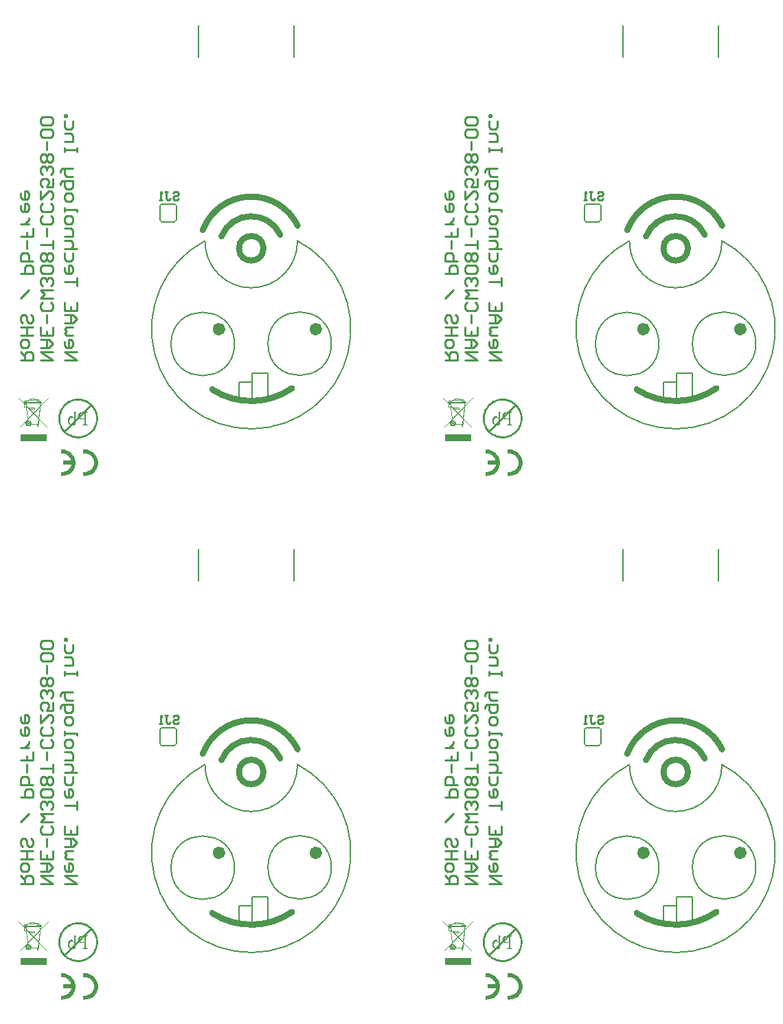
<source format=gbo>
G04 Layer_Color=32896*
%FSLAX25Y25*%
%MOIN*%
G70*
G01*
G75*
%ADD26C,0.01000*%
%ADD50C,0.00787*%
%ADD84C,0.00784*%
%ADD85C,0.03135*%
G36*
X246700Y321224D02*
X242770Y317123D01*
X242672Y316025D01*
X242428Y313364D01*
X242233Y311436D01*
X246431Y307115D01*
X246139Y306847D01*
X242184Y310899D01*
X241965Y308409D01*
X241842D01*
Y307457D01*
X240964D01*
Y308409D01*
X238230D01*
X238132Y308214D01*
X238010Y308043D01*
X237815Y307823D01*
X237546Y307652D01*
X237253Y307555D01*
X236985Y307530D01*
X236692Y307555D01*
X236472Y307603D01*
X236252Y307701D01*
X236033Y307823D01*
X235886Y307994D01*
X235716Y308214D01*
X235593Y308482D01*
X235520Y308726D01*
X235496Y308922D01*
X235520Y309166D01*
X235569Y309361D01*
X235618Y309532D01*
X235740Y309727D01*
X235862Y309874D01*
X236008Y310020D01*
X236179Y310142D01*
X236350Y310240D01*
X236326Y310435D01*
X232859Y306847D01*
X232567Y307139D01*
X236301Y310972D01*
X235984Y314340D01*
X235789Y316757D01*
X234666D01*
Y318319D01*
X234959D01*
X232152Y321224D01*
X232445Y321493D01*
X235081Y318759D01*
Y318954D01*
X235032Y319003D01*
X234959Y319052D01*
X234886Y319125D01*
X234812Y319222D01*
X234788Y319296D01*
X234764Y319393D01*
X234739Y319515D01*
X234764Y319662D01*
X234788Y319759D01*
X234910Y319906D01*
X235008Y320028D01*
X235178Y320077D01*
X235325Y320101D01*
X235496D01*
X235618Y320028D01*
X235740Y319955D01*
X235813Y319882D01*
X235911Y319979D01*
X236082Y320101D01*
X236301Y320199D01*
X236594Y320321D01*
X236912Y320419D01*
X237253Y320492D01*
X237595Y320541D01*
X237864Y320589D01*
Y320931D01*
X240085D01*
Y320614D01*
X240256D01*
X240549Y320589D01*
X240842Y320541D01*
X241135Y320492D01*
Y320687D01*
X242111D01*
Y320223D01*
X242209Y320175D01*
X242379Y320101D01*
X242526Y320004D01*
X242672Y319906D01*
X242819Y319784D01*
X242892Y319711D01*
X242965Y319637D01*
X242990Y319540D01*
Y319393D01*
X243551D01*
Y318661D01*
X242916D01*
X242819Y317758D01*
X246431Y321493D01*
X246700Y321224D01*
D02*
G37*
G36*
X40700D02*
X36770Y317123D01*
X36672Y316025D01*
X36428Y313364D01*
X36233Y311436D01*
X40431Y307115D01*
X40139Y306847D01*
X36184Y310899D01*
X35965Y308409D01*
X35842D01*
Y307457D01*
X34964D01*
Y308409D01*
X32230D01*
X32132Y308214D01*
X32010Y308043D01*
X31815Y307823D01*
X31546Y307652D01*
X31253Y307555D01*
X30985Y307530D01*
X30692Y307555D01*
X30472Y307603D01*
X30253Y307701D01*
X30033Y307823D01*
X29886Y307994D01*
X29715Y308214D01*
X29594Y308482D01*
X29520Y308726D01*
X29496Y308922D01*
X29520Y309166D01*
X29569Y309361D01*
X29618Y309532D01*
X29740Y309727D01*
X29862Y309874D01*
X30008Y310020D01*
X30179Y310142D01*
X30350Y310240D01*
X30326Y310435D01*
X26860Y306847D01*
X26567Y307139D01*
X30301Y310972D01*
X29984Y314340D01*
X29789Y316757D01*
X28666D01*
Y318319D01*
X28959D01*
X26152Y321224D01*
X26445Y321493D01*
X29081Y318759D01*
Y318954D01*
X29032Y319003D01*
X28959Y319052D01*
X28886Y319125D01*
X28812Y319222D01*
X28788Y319296D01*
X28763Y319393D01*
X28739Y319515D01*
X28763Y319662D01*
X28788Y319759D01*
X28910Y319906D01*
X29008Y320028D01*
X29179Y320077D01*
X29325Y320101D01*
X29496D01*
X29618Y320028D01*
X29740Y319955D01*
X29813Y319882D01*
X29911Y319979D01*
X30082Y320101D01*
X30301Y320199D01*
X30594Y320321D01*
X30912Y320419D01*
X31253Y320492D01*
X31595Y320541D01*
X31864Y320589D01*
Y320931D01*
X34085D01*
Y320614D01*
X34256D01*
X34549Y320589D01*
X34842Y320541D01*
X35135Y320492D01*
Y320687D01*
X36111D01*
Y320223D01*
X36209Y320175D01*
X36379Y320101D01*
X36526Y320004D01*
X36672Y319906D01*
X36819Y319784D01*
X36892Y319711D01*
X36965Y319637D01*
X36990Y319540D01*
Y319393D01*
X37551D01*
Y318661D01*
X36916D01*
X36819Y317758D01*
X40431Y321493D01*
X40700Y321224D01*
D02*
G37*
G36*
X261766Y321055D02*
X262474Y320957D01*
X263157Y320811D01*
X263792Y320640D01*
X264402Y320420D01*
X264964Y320176D01*
X265476Y319932D01*
X265940Y319664D01*
X266379Y319395D01*
X266770Y319151D01*
X267087Y318907D01*
X267356Y318687D01*
X267576Y318516D01*
X267746Y318370D01*
X267844Y318272D01*
X267868Y318248D01*
X268357Y317711D01*
X268796Y317149D01*
X269187Y316563D01*
X269504Y315978D01*
X269772Y315392D01*
X270017Y314830D01*
X270187Y314293D01*
X270334Y313756D01*
X270456Y313268D01*
X270553Y312804D01*
X270602Y312414D01*
X270651Y312072D01*
X270676Y311779D01*
X270700Y311559D01*
Y311437D01*
Y311388D01*
X270676Y310656D01*
X270578Y309948D01*
X270431Y309265D01*
X270261Y308630D01*
X270041Y308020D01*
X269797Y307458D01*
X269553Y306946D01*
X269284Y306482D01*
X269016Y306043D01*
X268772Y305652D01*
X268528Y305335D01*
X268308Y305066D01*
X268137Y304847D01*
X267990Y304676D01*
X267893Y304578D01*
X267868Y304554D01*
X267331Y304065D01*
X266770Y303626D01*
X266184Y303236D01*
X265598Y302918D01*
X265037Y302650D01*
X264451Y302406D01*
X263914Y302235D01*
X263377Y302088D01*
X262889Y301966D01*
X262449Y301869D01*
X262059Y301820D01*
X261693Y301771D01*
X261424Y301747D01*
X261205Y301722D01*
X261034D01*
X260301Y301747D01*
X259593Y301844D01*
X258910Y301991D01*
X258275Y302162D01*
X257665Y302381D01*
X257104Y302625D01*
X256591Y302869D01*
X256103Y303138D01*
X255688Y303406D01*
X255297Y303650D01*
X254980Y303895D01*
X254712Y304114D01*
X254492Y304285D01*
X254321Y304432D01*
X254223Y304529D01*
X254199Y304554D01*
X253686Y305091D01*
X253247Y305652D01*
X252881Y306238D01*
X252539Y306824D01*
X252270Y307385D01*
X252051Y307971D01*
X251855Y308508D01*
X251709Y309045D01*
X251587Y309533D01*
X251489Y309973D01*
X251441Y310363D01*
X251392Y310729D01*
X251367Y310998D01*
X251343Y311218D01*
Y311340D01*
Y311388D01*
X251367Y312121D01*
X251465Y312829D01*
X251611Y313512D01*
X251782Y314171D01*
X252002Y314757D01*
X252246Y315318D01*
X252515Y315856D01*
X252759Y316319D01*
X253027Y316759D01*
X253296Y317149D01*
X253540Y317467D01*
X253760Y317735D01*
X253930Y317955D01*
X254077Y318126D01*
X254174Y318223D01*
X254199Y318248D01*
X254736Y318736D01*
X255297Y319175D01*
X255883Y319566D01*
X256469Y319883D01*
X257030Y320152D01*
X257616Y320396D01*
X258153Y320567D01*
X258666Y320738D01*
X259178Y320835D01*
X259618Y320933D01*
X260008Y320982D01*
X260375Y321030D01*
X260643Y321055D01*
X260863Y321079D01*
X261034D01*
X261766Y321055D01*
D02*
G37*
G36*
X55766D02*
X56474Y320957D01*
X57157Y320811D01*
X57792Y320640D01*
X58402Y320420D01*
X58964Y320176D01*
X59476Y319932D01*
X59940Y319664D01*
X60379Y319395D01*
X60770Y319151D01*
X61087Y318907D01*
X61356Y318687D01*
X61576Y318516D01*
X61746Y318370D01*
X61844Y318272D01*
X61868Y318248D01*
X62357Y317711D01*
X62796Y317149D01*
X63187Y316563D01*
X63504Y315978D01*
X63772Y315392D01*
X64016Y314830D01*
X64187Y314293D01*
X64334Y313756D01*
X64456Y313268D01*
X64553Y312804D01*
X64602Y312414D01*
X64651Y312072D01*
X64676Y311779D01*
X64700Y311559D01*
Y311437D01*
Y311388D01*
X64676Y310656D01*
X64578Y309948D01*
X64432Y309265D01*
X64261Y308630D01*
X64041Y308020D01*
X63797Y307458D01*
X63553Y306946D01*
X63284Y306482D01*
X63016Y306043D01*
X62772Y305652D01*
X62528Y305335D01*
X62308Y305066D01*
X62137Y304847D01*
X61990Y304676D01*
X61893Y304578D01*
X61868Y304554D01*
X61331Y304065D01*
X60770Y303626D01*
X60184Y303236D01*
X59598Y302918D01*
X59037Y302650D01*
X58451Y302406D01*
X57914Y302235D01*
X57377Y302088D01*
X56889Y301966D01*
X56449Y301869D01*
X56059Y301820D01*
X55693Y301771D01*
X55424Y301747D01*
X55204Y301722D01*
X55034D01*
X54301Y301747D01*
X53593Y301844D01*
X52910Y301991D01*
X52275Y302162D01*
X51665Y302381D01*
X51104Y302625D01*
X50591Y302869D01*
X50103Y303138D01*
X49688Y303406D01*
X49297Y303650D01*
X48980Y303895D01*
X48711Y304114D01*
X48492Y304285D01*
X48321Y304432D01*
X48223Y304529D01*
X48199Y304554D01*
X47686Y305091D01*
X47247Y305652D01*
X46881Y306238D01*
X46539Y306824D01*
X46270Y307385D01*
X46051Y307971D01*
X45856Y308508D01*
X45709Y309045D01*
X45587Y309533D01*
X45489Y309973D01*
X45441Y310363D01*
X45392Y310729D01*
X45367Y310998D01*
X45343Y311218D01*
Y311340D01*
Y311388D01*
X45367Y312121D01*
X45465Y312829D01*
X45611Y313512D01*
X45782Y314171D01*
X46002Y314757D01*
X46246Y315318D01*
X46515Y315856D01*
X46759Y316319D01*
X47027Y316759D01*
X47296Y317149D01*
X47540Y317467D01*
X47760Y317735D01*
X47930Y317955D01*
X48077Y318126D01*
X48174Y318223D01*
X48199Y318248D01*
X48736Y318736D01*
X49297Y319175D01*
X49883Y319566D01*
X50469Y319883D01*
X51030Y320152D01*
X51616Y320396D01*
X52153Y320567D01*
X52666Y320738D01*
X53179Y320835D01*
X53618Y320933D01*
X54008Y320982D01*
X54375Y321030D01*
X54643Y321055D01*
X54863Y321079D01*
X55034D01*
X55766Y321055D01*
D02*
G37*
G36*
X245870Y303649D02*
Y303600D01*
Y303429D01*
Y303234D01*
Y303185D01*
Y303161D01*
Y302795D01*
Y302428D01*
Y302282D01*
Y302160D01*
Y302087D01*
Y302062D01*
Y301647D01*
Y301476D01*
Y301306D01*
Y301184D01*
Y301086D01*
Y301013D01*
Y300988D01*
Y300817D01*
Y300695D01*
Y300622D01*
Y300573D01*
Y300500D01*
X233201D01*
Y300524D01*
Y300573D01*
Y300744D01*
Y300915D01*
Y300964D01*
Y300988D01*
Y301354D01*
Y301720D01*
Y301843D01*
Y301965D01*
Y302038D01*
Y302062D01*
Y302502D01*
Y302673D01*
Y302843D01*
Y302965D01*
Y303087D01*
Y303136D01*
Y303161D01*
Y303332D01*
Y303454D01*
Y303551D01*
Y303600D01*
Y303673D01*
X245870D01*
Y303649D01*
D02*
G37*
G36*
X39870D02*
Y303600D01*
Y303429D01*
Y303234D01*
Y303185D01*
Y303161D01*
Y302795D01*
Y302428D01*
Y302282D01*
Y302160D01*
Y302087D01*
Y302062D01*
Y301647D01*
Y301476D01*
Y301306D01*
Y301184D01*
Y301086D01*
Y301013D01*
Y300988D01*
Y300817D01*
Y300695D01*
Y300622D01*
Y300573D01*
Y300500D01*
X27201D01*
Y300524D01*
Y300573D01*
Y300744D01*
Y300915D01*
Y300964D01*
Y300988D01*
Y301354D01*
Y301720D01*
Y301843D01*
Y301965D01*
Y302038D01*
Y302062D01*
Y302502D01*
Y302673D01*
Y302843D01*
Y302965D01*
Y303087D01*
Y303136D01*
Y303161D01*
Y303332D01*
Y303454D01*
Y303551D01*
Y303600D01*
Y303673D01*
X39870D01*
Y303649D01*
D02*
G37*
G36*
X264744Y296364D02*
X265208Y296315D01*
X265671Y296218D01*
X266087Y296096D01*
X266501Y295949D01*
X266868Y295778D01*
X267209Y295607D01*
X267527Y295437D01*
X267820Y295266D01*
X268088Y295095D01*
X268308Y294924D01*
X268479Y294777D01*
X268625Y294655D01*
X268723Y294558D01*
X268796Y294509D01*
X268820Y294484D01*
X269162Y294118D01*
X269431Y293752D01*
X269699Y293362D01*
X269895Y292971D01*
X270090Y292605D01*
X270236Y292214D01*
X270358Y291848D01*
X270456Y291507D01*
X270553Y291189D01*
X270602Y290896D01*
X270651Y290628D01*
X270676Y290384D01*
Y290213D01*
X270700Y290066D01*
Y289969D01*
Y289944D01*
X270676Y289456D01*
X270627Y288992D01*
X270529Y288528D01*
X270407Y288113D01*
X270261Y287699D01*
X270114Y287332D01*
X269943Y286991D01*
X269748Y286673D01*
X269577Y286380D01*
X269406Y286112D01*
X269260Y285892D01*
X269113Y285721D01*
X268991Y285575D01*
X268894Y285477D01*
X268845Y285404D01*
X268820Y285380D01*
X268454Y285038D01*
X268088Y284769D01*
X267698Y284501D01*
X267307Y284306D01*
X266916Y284110D01*
X266550Y283964D01*
X266184Y283842D01*
X265818Y283744D01*
X265501Y283646D01*
X265208Y283598D01*
X264939Y283549D01*
X264695Y283524D01*
X264524D01*
X264378Y283500D01*
X264012D01*
X263792Y283524D01*
X263597D01*
Y285477D01*
X263816Y285453D01*
X264036Y285428D01*
X264256D01*
X264598Y285453D01*
X264915Y285477D01*
X265525Y285624D01*
X266087Y285843D01*
X266550Y286087D01*
X266941Y286332D01*
X267087Y286454D01*
X267209Y286551D01*
X267307Y286625D01*
X267380Y286698D01*
X267429Y286722D01*
X267454Y286747D01*
X267673Y286991D01*
X267893Y287259D01*
X268064Y287528D01*
X268210Y287796D01*
X268454Y288333D01*
X268601Y288846D01*
X268698Y289285D01*
X268723Y289480D01*
X268747Y289627D01*
X268772Y289773D01*
Y289871D01*
Y289920D01*
Y289944D01*
X268747Y290286D01*
X268723Y290628D01*
X268576Y291238D01*
X268357Y291775D01*
X268112Y292239D01*
X267868Y292629D01*
X267746Y292776D01*
X267649Y292898D01*
X267576Y293020D01*
X267502Y293093D01*
X267478Y293117D01*
X267454Y293142D01*
X267185Y293386D01*
X266941Y293581D01*
X266648Y293752D01*
X266379Y293899D01*
X265842Y294143D01*
X265354Y294289D01*
X264915Y294387D01*
X264720Y294411D01*
X264573Y294436D01*
X264427Y294460D01*
X264012D01*
X263792Y294436D01*
X263646Y294411D01*
X263597D01*
Y296364D01*
X263816Y296389D01*
X264256D01*
X264744Y296364D01*
D02*
G37*
G36*
X253760D02*
X254248Y296315D01*
X254687Y296218D01*
X255126Y296096D01*
X255517Y295949D01*
X255908Y295778D01*
X256249Y295607D01*
X256567Y295437D01*
X256859Y295266D01*
X257104Y295095D01*
X257348Y294924D01*
X257519Y294777D01*
X257665Y294655D01*
X257763Y294558D01*
X257836Y294509D01*
X257860Y294484D01*
X258202Y294118D01*
X258471Y293752D01*
X258739Y293362D01*
X258934Y292971D01*
X259130Y292605D01*
X259276Y292214D01*
X259398Y291848D01*
X259496Y291507D01*
X259593Y291189D01*
X259642Y290896D01*
X259691Y290628D01*
X259716Y290384D01*
Y290213D01*
X259740Y290066D01*
Y289969D01*
Y289944D01*
X259716Y289456D01*
X259667Y288992D01*
X259569Y288528D01*
X259447Y288113D01*
X259300Y287699D01*
X259154Y287332D01*
X258983Y286991D01*
X258788Y286673D01*
X258617Y286380D01*
X258446Y286112D01*
X258300Y285892D01*
X258153Y285721D01*
X258031Y285575D01*
X257934Y285477D01*
X257885Y285404D01*
X257860Y285380D01*
X257494Y285038D01*
X257104Y284769D01*
X256737Y284501D01*
X256347Y284306D01*
X255956Y284110D01*
X255566Y283964D01*
X255200Y283842D01*
X254858Y283744D01*
X254516Y283646D01*
X254223Y283598D01*
X253955Y283549D01*
X253711Y283524D01*
X253540D01*
X253393Y283500D01*
X253027D01*
X252832Y283524D01*
X252637D01*
Y285477D01*
X252856Y285453D01*
X253052Y285428D01*
X253271D01*
X253857Y285477D01*
X254394Y285575D01*
X254882Y285746D01*
X255297Y285941D01*
X255639Y286112D01*
X255908Y286283D01*
X256005Y286332D01*
X256078Y286380D01*
X256103Y286429D01*
X256127D01*
X256542Y286820D01*
X256884Y287259D01*
X257152Y287674D01*
X257372Y288065D01*
X257519Y288431D01*
X257616Y288724D01*
X257641Y288821D01*
X257665Y288895D01*
X257689Y288943D01*
Y288968D01*
X253930D01*
Y290921D01*
X257689D01*
X257519Y291482D01*
X257299Y291970D01*
X257055Y292410D01*
X256786Y292776D01*
X256542Y293069D01*
X256323Y293288D01*
X256176Y293410D01*
X256152Y293459D01*
X256127D01*
X255639Y293801D01*
X255151Y294045D01*
X254687Y294216D01*
X254223Y294338D01*
X253857Y294411D01*
X253686Y294436D01*
X253540D01*
X253418Y294460D01*
X253027D01*
X252832Y294436D01*
X252685Y294411D01*
X252637D01*
Y296364D01*
X252881Y296389D01*
X253271D01*
X253760Y296364D01*
D02*
G37*
G36*
X58744D02*
X59208Y296315D01*
X59671Y296218D01*
X60087Y296096D01*
X60501Y295949D01*
X60868Y295778D01*
X61209Y295607D01*
X61527Y295437D01*
X61820Y295266D01*
X62088Y295095D01*
X62308Y294924D01*
X62479Y294777D01*
X62625Y294655D01*
X62723Y294558D01*
X62796Y294509D01*
X62820Y294484D01*
X63162Y294118D01*
X63431Y293752D01*
X63699Y293362D01*
X63894Y292971D01*
X64090Y292605D01*
X64236Y292214D01*
X64358Y291848D01*
X64456Y291507D01*
X64553Y291189D01*
X64602Y290896D01*
X64651Y290628D01*
X64676Y290384D01*
Y290213D01*
X64700Y290066D01*
Y289969D01*
Y289944D01*
X64676Y289456D01*
X64627Y288992D01*
X64529Y288528D01*
X64407Y288113D01*
X64261Y287699D01*
X64114Y287332D01*
X63943Y286991D01*
X63748Y286673D01*
X63577Y286380D01*
X63406Y286112D01*
X63260Y285892D01*
X63113Y285721D01*
X62991Y285575D01*
X62894Y285477D01*
X62845Y285404D01*
X62820Y285380D01*
X62454Y285038D01*
X62088Y284769D01*
X61698Y284501D01*
X61307Y284306D01*
X60916Y284110D01*
X60550Y283964D01*
X60184Y283842D01*
X59818Y283744D01*
X59501Y283646D01*
X59208Y283598D01*
X58939Y283549D01*
X58695Y283524D01*
X58524D01*
X58378Y283500D01*
X58012D01*
X57792Y283524D01*
X57597D01*
Y285477D01*
X57816Y285453D01*
X58036Y285428D01*
X58256D01*
X58597Y285453D01*
X58915Y285477D01*
X59525Y285624D01*
X60087Y285843D01*
X60550Y286087D01*
X60941Y286332D01*
X61087Y286454D01*
X61209Y286551D01*
X61307Y286625D01*
X61380Y286698D01*
X61429Y286722D01*
X61453Y286747D01*
X61673Y286991D01*
X61893Y287259D01*
X62064Y287528D01*
X62210Y287796D01*
X62454Y288333D01*
X62601Y288846D01*
X62698Y289285D01*
X62723Y289480D01*
X62747Y289627D01*
X62772Y289773D01*
Y289871D01*
Y289920D01*
Y289944D01*
X62747Y290286D01*
X62723Y290628D01*
X62576Y291238D01*
X62357Y291775D01*
X62112Y292239D01*
X61868Y292629D01*
X61746Y292776D01*
X61649Y292898D01*
X61576Y293020D01*
X61502Y293093D01*
X61478Y293117D01*
X61453Y293142D01*
X61185Y293386D01*
X60941Y293581D01*
X60648Y293752D01*
X60379Y293899D01*
X59842Y294143D01*
X59354Y294289D01*
X58915Y294387D01*
X58720Y294411D01*
X58573Y294436D01*
X58427Y294460D01*
X58012D01*
X57792Y294436D01*
X57645Y294411D01*
X57597D01*
Y296364D01*
X57816Y296389D01*
X58256D01*
X58744Y296364D01*
D02*
G37*
G36*
X47760D02*
X48248Y296315D01*
X48687Y296218D01*
X49126Y296096D01*
X49517Y295949D01*
X49907Y295778D01*
X50249Y295607D01*
X50567Y295437D01*
X50859Y295266D01*
X51104Y295095D01*
X51348Y294924D01*
X51519Y294777D01*
X51665Y294655D01*
X51763Y294558D01*
X51836Y294509D01*
X51860Y294484D01*
X52202Y294118D01*
X52471Y293752D01*
X52739Y293362D01*
X52934Y292971D01*
X53130Y292605D01*
X53276Y292214D01*
X53398Y291848D01*
X53496Y291507D01*
X53593Y291189D01*
X53642Y290896D01*
X53691Y290628D01*
X53715Y290384D01*
Y290213D01*
X53740Y290066D01*
Y289969D01*
Y289944D01*
X53715Y289456D01*
X53667Y288992D01*
X53569Y288528D01*
X53447Y288113D01*
X53300Y287699D01*
X53154Y287332D01*
X52983Y286991D01*
X52788Y286673D01*
X52617Y286380D01*
X52446Y286112D01*
X52300Y285892D01*
X52153Y285721D01*
X52031Y285575D01*
X51934Y285477D01*
X51885Y285404D01*
X51860Y285380D01*
X51494Y285038D01*
X51104Y284769D01*
X50738Y284501D01*
X50347Y284306D01*
X49956Y284110D01*
X49566Y283964D01*
X49200Y283842D01*
X48858Y283744D01*
X48516Y283646D01*
X48223Y283598D01*
X47955Y283549D01*
X47711Y283524D01*
X47540D01*
X47393Y283500D01*
X47027D01*
X46832Y283524D01*
X46637D01*
Y285477D01*
X46856Y285453D01*
X47052Y285428D01*
X47271D01*
X47857Y285477D01*
X48394Y285575D01*
X48882Y285746D01*
X49297Y285941D01*
X49639Y286112D01*
X49907Y286283D01*
X50005Y286332D01*
X50078Y286380D01*
X50103Y286429D01*
X50127D01*
X50542Y286820D01*
X50884Y287259D01*
X51152Y287674D01*
X51372Y288065D01*
X51519Y288431D01*
X51616Y288724D01*
X51641Y288821D01*
X51665Y288895D01*
X51689Y288943D01*
Y288968D01*
X47930D01*
Y290921D01*
X51689D01*
X51519Y291482D01*
X51299Y291970D01*
X51055Y292410D01*
X50786Y292776D01*
X50542Y293069D01*
X50323Y293288D01*
X50176Y293410D01*
X50152Y293459D01*
X50127D01*
X49639Y293801D01*
X49151Y294045D01*
X48687Y294216D01*
X48223Y294338D01*
X47857Y294411D01*
X47686Y294436D01*
X47540D01*
X47418Y294460D01*
X47027D01*
X46832Y294436D01*
X46685Y294411D01*
X46637D01*
Y296364D01*
X46881Y296389D01*
X47271D01*
X47760Y296364D01*
D02*
G37*
G36*
X246700Y67224D02*
X242770Y63123D01*
X242672Y62025D01*
X242428Y59364D01*
X242233Y57436D01*
X246431Y53115D01*
X246139Y52847D01*
X242184Y56899D01*
X241965Y54409D01*
X241842D01*
Y53457D01*
X240964D01*
Y54409D01*
X238230D01*
X238132Y54214D01*
X238010Y54043D01*
X237815Y53823D01*
X237546Y53652D01*
X237253Y53554D01*
X236985Y53530D01*
X236692Y53554D01*
X236472Y53603D01*
X236252Y53701D01*
X236033Y53823D01*
X235886Y53994D01*
X235716Y54214D01*
X235593Y54482D01*
X235520Y54726D01*
X235496Y54922D01*
X235520Y55166D01*
X235569Y55361D01*
X235618Y55532D01*
X235740Y55727D01*
X235862Y55874D01*
X236008Y56020D01*
X236179Y56142D01*
X236350Y56240D01*
X236326Y56435D01*
X232859Y52847D01*
X232567Y53140D01*
X236301Y56972D01*
X235984Y60340D01*
X235789Y62757D01*
X234666D01*
Y64319D01*
X234959D01*
X232152Y67224D01*
X232445Y67493D01*
X235081Y64759D01*
Y64954D01*
X235032Y65003D01*
X234959Y65052D01*
X234886Y65125D01*
X234812Y65223D01*
X234788Y65296D01*
X234764Y65393D01*
X234739Y65515D01*
X234764Y65662D01*
X234788Y65759D01*
X234910Y65906D01*
X235008Y66028D01*
X235178Y66077D01*
X235325Y66101D01*
X235496D01*
X235618Y66028D01*
X235740Y65955D01*
X235813Y65882D01*
X235911Y65979D01*
X236082Y66101D01*
X236301Y66199D01*
X236594Y66321D01*
X236912Y66419D01*
X237253Y66492D01*
X237595Y66541D01*
X237864Y66589D01*
Y66931D01*
X240085D01*
Y66614D01*
X240256D01*
X240549Y66589D01*
X240842Y66541D01*
X241135Y66492D01*
Y66687D01*
X242111D01*
Y66223D01*
X242209Y66175D01*
X242379Y66101D01*
X242526Y66004D01*
X242672Y65906D01*
X242819Y65784D01*
X242892Y65711D01*
X242965Y65637D01*
X242990Y65540D01*
Y65393D01*
X243551D01*
Y64661D01*
X242916D01*
X242819Y63758D01*
X246431Y67493D01*
X246700Y67224D01*
D02*
G37*
G36*
X40700D02*
X36770Y63123D01*
X36672Y62025D01*
X36428Y59364D01*
X36233Y57436D01*
X40431Y53115D01*
X40139Y52847D01*
X36184Y56899D01*
X35965Y54409D01*
X35842D01*
Y53457D01*
X34964D01*
Y54409D01*
X32230D01*
X32132Y54214D01*
X32010Y54043D01*
X31815Y53823D01*
X31546Y53652D01*
X31253Y53554D01*
X30985Y53530D01*
X30692Y53554D01*
X30472Y53603D01*
X30253Y53701D01*
X30033Y53823D01*
X29886Y53994D01*
X29715Y54214D01*
X29594Y54482D01*
X29520Y54726D01*
X29496Y54922D01*
X29520Y55166D01*
X29569Y55361D01*
X29618Y55532D01*
X29740Y55727D01*
X29862Y55874D01*
X30008Y56020D01*
X30179Y56142D01*
X30350Y56240D01*
X30326Y56435D01*
X26860Y52847D01*
X26567Y53140D01*
X30301Y56972D01*
X29984Y60340D01*
X29789Y62757D01*
X28666D01*
Y64319D01*
X28959D01*
X26152Y67224D01*
X26445Y67493D01*
X29081Y64759D01*
Y64954D01*
X29032Y65003D01*
X28959Y65052D01*
X28886Y65125D01*
X28812Y65223D01*
X28788Y65296D01*
X28763Y65393D01*
X28739Y65515D01*
X28763Y65662D01*
X28788Y65759D01*
X28910Y65906D01*
X29008Y66028D01*
X29179Y66077D01*
X29325Y66101D01*
X29496D01*
X29618Y66028D01*
X29740Y65955D01*
X29813Y65882D01*
X29911Y65979D01*
X30082Y66101D01*
X30301Y66199D01*
X30594Y66321D01*
X30912Y66419D01*
X31253Y66492D01*
X31595Y66541D01*
X31864Y66589D01*
Y66931D01*
X34085D01*
Y66614D01*
X34256D01*
X34549Y66589D01*
X34842Y66541D01*
X35135Y66492D01*
Y66687D01*
X36111D01*
Y66223D01*
X36209Y66175D01*
X36379Y66101D01*
X36526Y66004D01*
X36672Y65906D01*
X36819Y65784D01*
X36892Y65711D01*
X36965Y65637D01*
X36990Y65540D01*
Y65393D01*
X37551D01*
Y64661D01*
X36916D01*
X36819Y63758D01*
X40431Y67493D01*
X40700Y67224D01*
D02*
G37*
G36*
X261766Y67055D02*
X262474Y66957D01*
X263157Y66811D01*
X263792Y66640D01*
X264402Y66420D01*
X264964Y66176D01*
X265476Y65932D01*
X265940Y65663D01*
X266379Y65395D01*
X266770Y65151D01*
X267087Y64907D01*
X267356Y64687D01*
X267576Y64516D01*
X267746Y64370D01*
X267844Y64272D01*
X267868Y64248D01*
X268357Y63711D01*
X268796Y63149D01*
X269187Y62563D01*
X269504Y61978D01*
X269772Y61392D01*
X270017Y60830D01*
X270187Y60293D01*
X270334Y59756D01*
X270456Y59268D01*
X270553Y58804D01*
X270602Y58414D01*
X270651Y58072D01*
X270676Y57779D01*
X270700Y57559D01*
Y57437D01*
Y57389D01*
X270676Y56656D01*
X270578Y55948D01*
X270431Y55265D01*
X270261Y54630D01*
X270041Y54020D01*
X269797Y53458D01*
X269553Y52946D01*
X269284Y52482D01*
X269016Y52043D01*
X268772Y51652D01*
X268528Y51335D01*
X268308Y51066D01*
X268137Y50847D01*
X267990Y50676D01*
X267893Y50578D01*
X267868Y50554D01*
X267331Y50065D01*
X266770Y49626D01*
X266184Y49236D01*
X265598Y48918D01*
X265037Y48650D01*
X264451Y48406D01*
X263914Y48235D01*
X263377Y48088D01*
X262889Y47966D01*
X262449Y47869D01*
X262059Y47820D01*
X261693Y47771D01*
X261424Y47747D01*
X261205Y47722D01*
X261034D01*
X260301Y47747D01*
X259593Y47844D01*
X258910Y47991D01*
X258275Y48162D01*
X257665Y48381D01*
X257104Y48625D01*
X256591Y48869D01*
X256103Y49138D01*
X255688Y49406D01*
X255297Y49650D01*
X254980Y49895D01*
X254712Y50114D01*
X254492Y50285D01*
X254321Y50432D01*
X254223Y50529D01*
X254199Y50554D01*
X253686Y51091D01*
X253247Y51652D01*
X252881Y52238D01*
X252539Y52824D01*
X252270Y53385D01*
X252051Y53971D01*
X251855Y54508D01*
X251709Y55045D01*
X251587Y55533D01*
X251489Y55973D01*
X251441Y56363D01*
X251392Y56729D01*
X251367Y56998D01*
X251343Y57218D01*
Y57340D01*
Y57389D01*
X251367Y58121D01*
X251465Y58829D01*
X251611Y59512D01*
X251782Y60171D01*
X252002Y60757D01*
X252246Y61318D01*
X252515Y61856D01*
X252759Y62319D01*
X253027Y62759D01*
X253296Y63149D01*
X253540Y63467D01*
X253760Y63735D01*
X253930Y63955D01*
X254077Y64126D01*
X254174Y64223D01*
X254199Y64248D01*
X254736Y64736D01*
X255297Y65175D01*
X255883Y65566D01*
X256469Y65883D01*
X257030Y66152D01*
X257616Y66396D01*
X258153Y66567D01*
X258666Y66738D01*
X259178Y66835D01*
X259618Y66933D01*
X260008Y66982D01*
X260375Y67030D01*
X260643Y67055D01*
X260863Y67079D01*
X261034D01*
X261766Y67055D01*
D02*
G37*
G36*
X55766D02*
X56474Y66957D01*
X57157Y66811D01*
X57792Y66640D01*
X58402Y66420D01*
X58964Y66176D01*
X59476Y65932D01*
X59940Y65663D01*
X60379Y65395D01*
X60770Y65151D01*
X61087Y64907D01*
X61356Y64687D01*
X61576Y64516D01*
X61746Y64370D01*
X61844Y64272D01*
X61868Y64248D01*
X62357Y63711D01*
X62796Y63149D01*
X63187Y62563D01*
X63504Y61978D01*
X63772Y61392D01*
X64016Y60830D01*
X64187Y60293D01*
X64334Y59756D01*
X64456Y59268D01*
X64553Y58804D01*
X64602Y58414D01*
X64651Y58072D01*
X64676Y57779D01*
X64700Y57559D01*
Y57437D01*
Y57389D01*
X64676Y56656D01*
X64578Y55948D01*
X64432Y55265D01*
X64261Y54630D01*
X64041Y54020D01*
X63797Y53458D01*
X63553Y52946D01*
X63284Y52482D01*
X63016Y52043D01*
X62772Y51652D01*
X62528Y51335D01*
X62308Y51066D01*
X62137Y50847D01*
X61990Y50676D01*
X61893Y50578D01*
X61868Y50554D01*
X61331Y50065D01*
X60770Y49626D01*
X60184Y49236D01*
X59598Y48918D01*
X59037Y48650D01*
X58451Y48406D01*
X57914Y48235D01*
X57377Y48088D01*
X56889Y47966D01*
X56449Y47869D01*
X56059Y47820D01*
X55693Y47771D01*
X55424Y47747D01*
X55204Y47722D01*
X55034D01*
X54301Y47747D01*
X53593Y47844D01*
X52910Y47991D01*
X52275Y48162D01*
X51665Y48381D01*
X51104Y48625D01*
X50591Y48869D01*
X50103Y49138D01*
X49688Y49406D01*
X49297Y49650D01*
X48980Y49895D01*
X48711Y50114D01*
X48492Y50285D01*
X48321Y50432D01*
X48223Y50529D01*
X48199Y50554D01*
X47686Y51091D01*
X47247Y51652D01*
X46881Y52238D01*
X46539Y52824D01*
X46270Y53385D01*
X46051Y53971D01*
X45856Y54508D01*
X45709Y55045D01*
X45587Y55533D01*
X45489Y55973D01*
X45441Y56363D01*
X45392Y56729D01*
X45367Y56998D01*
X45343Y57218D01*
Y57340D01*
Y57389D01*
X45367Y58121D01*
X45465Y58829D01*
X45611Y59512D01*
X45782Y60171D01*
X46002Y60757D01*
X46246Y61318D01*
X46515Y61856D01*
X46759Y62319D01*
X47027Y62759D01*
X47296Y63149D01*
X47540Y63467D01*
X47760Y63735D01*
X47930Y63955D01*
X48077Y64126D01*
X48174Y64223D01*
X48199Y64248D01*
X48736Y64736D01*
X49297Y65175D01*
X49883Y65566D01*
X50469Y65883D01*
X51030Y66152D01*
X51616Y66396D01*
X52153Y66567D01*
X52666Y66738D01*
X53179Y66835D01*
X53618Y66933D01*
X54008Y66982D01*
X54375Y67030D01*
X54643Y67055D01*
X54863Y67079D01*
X55034D01*
X55766Y67055D01*
D02*
G37*
G36*
X245870Y49649D02*
Y49600D01*
Y49429D01*
Y49234D01*
Y49185D01*
Y49161D01*
Y48794D01*
Y48428D01*
Y48282D01*
Y48160D01*
Y48087D01*
Y48062D01*
Y47647D01*
Y47476D01*
Y47306D01*
Y47183D01*
Y47086D01*
Y47013D01*
Y46988D01*
Y46817D01*
Y46695D01*
Y46622D01*
Y46573D01*
Y46500D01*
X233201D01*
Y46524D01*
Y46573D01*
Y46744D01*
Y46915D01*
Y46964D01*
Y46988D01*
Y47354D01*
Y47721D01*
Y47843D01*
Y47965D01*
Y48038D01*
Y48062D01*
Y48502D01*
Y48673D01*
Y48843D01*
Y48965D01*
Y49088D01*
Y49136D01*
Y49161D01*
Y49332D01*
Y49454D01*
Y49551D01*
Y49600D01*
Y49673D01*
X245870D01*
Y49649D01*
D02*
G37*
G36*
X39870D02*
Y49600D01*
Y49429D01*
Y49234D01*
Y49185D01*
Y49161D01*
Y48794D01*
Y48428D01*
Y48282D01*
Y48160D01*
Y48087D01*
Y48062D01*
Y47647D01*
Y47476D01*
Y47306D01*
Y47183D01*
Y47086D01*
Y47013D01*
Y46988D01*
Y46817D01*
Y46695D01*
Y46622D01*
Y46573D01*
Y46500D01*
X27201D01*
Y46524D01*
Y46573D01*
Y46744D01*
Y46915D01*
Y46964D01*
Y46988D01*
Y47354D01*
Y47721D01*
Y47843D01*
Y47965D01*
Y48038D01*
Y48062D01*
Y48502D01*
Y48673D01*
Y48843D01*
Y48965D01*
Y49088D01*
Y49136D01*
Y49161D01*
Y49332D01*
Y49454D01*
Y49551D01*
Y49600D01*
Y49673D01*
X39870D01*
Y49649D01*
D02*
G37*
G36*
X264744Y42364D02*
X265208Y42315D01*
X265671Y42218D01*
X266087Y42096D01*
X266501Y41949D01*
X266868Y41778D01*
X267209Y41607D01*
X267527Y41436D01*
X267820Y41266D01*
X268088Y41095D01*
X268308Y40924D01*
X268479Y40777D01*
X268625Y40655D01*
X268723Y40558D01*
X268796Y40509D01*
X268820Y40484D01*
X269162Y40118D01*
X269431Y39752D01*
X269699Y39362D01*
X269895Y38971D01*
X270090Y38605D01*
X270236Y38214D01*
X270358Y37848D01*
X270456Y37506D01*
X270553Y37189D01*
X270602Y36896D01*
X270651Y36628D01*
X270676Y36384D01*
Y36213D01*
X270700Y36066D01*
Y35969D01*
Y35944D01*
X270676Y35456D01*
X270627Y34992D01*
X270529Y34528D01*
X270407Y34113D01*
X270261Y33698D01*
X270114Y33332D01*
X269943Y32991D01*
X269748Y32673D01*
X269577Y32380D01*
X269406Y32112D01*
X269260Y31892D01*
X269113Y31721D01*
X268991Y31575D01*
X268894Y31477D01*
X268845Y31404D01*
X268820Y31380D01*
X268454Y31038D01*
X268088Y30769D01*
X267698Y30501D01*
X267307Y30305D01*
X266916Y30110D01*
X266550Y29964D01*
X266184Y29842D01*
X265818Y29744D01*
X265501Y29647D01*
X265208Y29598D01*
X264939Y29549D01*
X264695Y29524D01*
X264524D01*
X264378Y29500D01*
X264012D01*
X263792Y29524D01*
X263597D01*
Y31477D01*
X263816Y31453D01*
X264036Y31428D01*
X264256D01*
X264598Y31453D01*
X264915Y31477D01*
X265525Y31624D01*
X266087Y31843D01*
X266550Y32087D01*
X266941Y32332D01*
X267087Y32454D01*
X267209Y32551D01*
X267307Y32625D01*
X267380Y32698D01*
X267429Y32722D01*
X267454Y32746D01*
X267673Y32991D01*
X267893Y33259D01*
X268064Y33528D01*
X268210Y33796D01*
X268454Y34333D01*
X268601Y34846D01*
X268698Y35285D01*
X268723Y35480D01*
X268747Y35627D01*
X268772Y35773D01*
Y35871D01*
Y35920D01*
Y35944D01*
X268747Y36286D01*
X268723Y36628D01*
X268576Y37238D01*
X268357Y37775D01*
X268112Y38239D01*
X267868Y38629D01*
X267746Y38776D01*
X267649Y38898D01*
X267576Y39020D01*
X267502Y39093D01*
X267478Y39118D01*
X267454Y39142D01*
X267185Y39386D01*
X266941Y39581D01*
X266648Y39752D01*
X266379Y39899D01*
X265842Y40143D01*
X265354Y40289D01*
X264915Y40387D01*
X264720Y40411D01*
X264573Y40436D01*
X264427Y40460D01*
X264012D01*
X263792Y40436D01*
X263646Y40411D01*
X263597D01*
Y42364D01*
X263816Y42388D01*
X264256D01*
X264744Y42364D01*
D02*
G37*
G36*
X253760D02*
X254248Y42315D01*
X254687Y42218D01*
X255126Y42096D01*
X255517Y41949D01*
X255908Y41778D01*
X256249Y41607D01*
X256567Y41436D01*
X256859Y41266D01*
X257104Y41095D01*
X257348Y40924D01*
X257519Y40777D01*
X257665Y40655D01*
X257763Y40558D01*
X257836Y40509D01*
X257860Y40484D01*
X258202Y40118D01*
X258471Y39752D01*
X258739Y39362D01*
X258934Y38971D01*
X259130Y38605D01*
X259276Y38214D01*
X259398Y37848D01*
X259496Y37506D01*
X259593Y37189D01*
X259642Y36896D01*
X259691Y36628D01*
X259716Y36384D01*
Y36213D01*
X259740Y36066D01*
Y35969D01*
Y35944D01*
X259716Y35456D01*
X259667Y34992D01*
X259569Y34528D01*
X259447Y34113D01*
X259300Y33698D01*
X259154Y33332D01*
X258983Y32991D01*
X258788Y32673D01*
X258617Y32380D01*
X258446Y32112D01*
X258300Y31892D01*
X258153Y31721D01*
X258031Y31575D01*
X257934Y31477D01*
X257885Y31404D01*
X257860Y31380D01*
X257494Y31038D01*
X257104Y30769D01*
X256737Y30501D01*
X256347Y30305D01*
X255956Y30110D01*
X255566Y29964D01*
X255200Y29842D01*
X254858Y29744D01*
X254516Y29647D01*
X254223Y29598D01*
X253955Y29549D01*
X253711Y29524D01*
X253540D01*
X253393Y29500D01*
X253027D01*
X252832Y29524D01*
X252637D01*
Y31477D01*
X252856Y31453D01*
X253052Y31428D01*
X253271D01*
X253857Y31477D01*
X254394Y31575D01*
X254882Y31746D01*
X255297Y31941D01*
X255639Y32112D01*
X255908Y32283D01*
X256005Y32332D01*
X256078Y32380D01*
X256103Y32429D01*
X256127D01*
X256542Y32820D01*
X256884Y33259D01*
X257152Y33674D01*
X257372Y34065D01*
X257519Y34431D01*
X257616Y34724D01*
X257641Y34821D01*
X257665Y34895D01*
X257689Y34943D01*
Y34968D01*
X253930D01*
Y36921D01*
X257689D01*
X257519Y37482D01*
X257299Y37970D01*
X257055Y38410D01*
X256786Y38776D01*
X256542Y39069D01*
X256323Y39288D01*
X256176Y39410D01*
X256152Y39459D01*
X256127D01*
X255639Y39801D01*
X255151Y40045D01*
X254687Y40216D01*
X254223Y40338D01*
X253857Y40411D01*
X253686Y40436D01*
X253540D01*
X253418Y40460D01*
X253027D01*
X252832Y40436D01*
X252685Y40411D01*
X252637D01*
Y42364D01*
X252881Y42388D01*
X253271D01*
X253760Y42364D01*
D02*
G37*
G36*
X58744D02*
X59208Y42315D01*
X59671Y42218D01*
X60087Y42096D01*
X60501Y41949D01*
X60868Y41778D01*
X61209Y41607D01*
X61527Y41436D01*
X61820Y41266D01*
X62088Y41095D01*
X62308Y40924D01*
X62479Y40777D01*
X62625Y40655D01*
X62723Y40558D01*
X62796Y40509D01*
X62820Y40484D01*
X63162Y40118D01*
X63431Y39752D01*
X63699Y39362D01*
X63894Y38971D01*
X64090Y38605D01*
X64236Y38214D01*
X64358Y37848D01*
X64456Y37506D01*
X64553Y37189D01*
X64602Y36896D01*
X64651Y36628D01*
X64676Y36384D01*
Y36213D01*
X64700Y36066D01*
Y35969D01*
Y35944D01*
X64676Y35456D01*
X64627Y34992D01*
X64529Y34528D01*
X64407Y34113D01*
X64261Y33698D01*
X64114Y33332D01*
X63943Y32991D01*
X63748Y32673D01*
X63577Y32380D01*
X63406Y32112D01*
X63260Y31892D01*
X63113Y31721D01*
X62991Y31575D01*
X62894Y31477D01*
X62845Y31404D01*
X62820Y31380D01*
X62454Y31038D01*
X62088Y30769D01*
X61698Y30501D01*
X61307Y30305D01*
X60916Y30110D01*
X60550Y29964D01*
X60184Y29842D01*
X59818Y29744D01*
X59501Y29647D01*
X59208Y29598D01*
X58939Y29549D01*
X58695Y29524D01*
X58524D01*
X58378Y29500D01*
X58012D01*
X57792Y29524D01*
X57597D01*
Y31477D01*
X57816Y31453D01*
X58036Y31428D01*
X58256D01*
X58597Y31453D01*
X58915Y31477D01*
X59525Y31624D01*
X60087Y31843D01*
X60550Y32087D01*
X60941Y32332D01*
X61087Y32454D01*
X61209Y32551D01*
X61307Y32625D01*
X61380Y32698D01*
X61429Y32722D01*
X61453Y32746D01*
X61673Y32991D01*
X61893Y33259D01*
X62064Y33528D01*
X62210Y33796D01*
X62454Y34333D01*
X62601Y34846D01*
X62698Y35285D01*
X62723Y35480D01*
X62747Y35627D01*
X62772Y35773D01*
Y35871D01*
Y35920D01*
Y35944D01*
X62747Y36286D01*
X62723Y36628D01*
X62576Y37238D01*
X62357Y37775D01*
X62112Y38239D01*
X61868Y38629D01*
X61746Y38776D01*
X61649Y38898D01*
X61576Y39020D01*
X61502Y39093D01*
X61478Y39118D01*
X61453Y39142D01*
X61185Y39386D01*
X60941Y39581D01*
X60648Y39752D01*
X60379Y39899D01*
X59842Y40143D01*
X59354Y40289D01*
X58915Y40387D01*
X58720Y40411D01*
X58573Y40436D01*
X58427Y40460D01*
X58012D01*
X57792Y40436D01*
X57645Y40411D01*
X57597D01*
Y42364D01*
X57816Y42388D01*
X58256D01*
X58744Y42364D01*
D02*
G37*
G36*
X47760D02*
X48248Y42315D01*
X48687Y42218D01*
X49126Y42096D01*
X49517Y41949D01*
X49907Y41778D01*
X50249Y41607D01*
X50567Y41436D01*
X50859Y41266D01*
X51104Y41095D01*
X51348Y40924D01*
X51519Y40777D01*
X51665Y40655D01*
X51763Y40558D01*
X51836Y40509D01*
X51860Y40484D01*
X52202Y40118D01*
X52471Y39752D01*
X52739Y39362D01*
X52934Y38971D01*
X53130Y38605D01*
X53276Y38214D01*
X53398Y37848D01*
X53496Y37506D01*
X53593Y37189D01*
X53642Y36896D01*
X53691Y36628D01*
X53715Y36384D01*
Y36213D01*
X53740Y36066D01*
Y35969D01*
Y35944D01*
X53715Y35456D01*
X53667Y34992D01*
X53569Y34528D01*
X53447Y34113D01*
X53300Y33698D01*
X53154Y33332D01*
X52983Y32991D01*
X52788Y32673D01*
X52617Y32380D01*
X52446Y32112D01*
X52300Y31892D01*
X52153Y31721D01*
X52031Y31575D01*
X51934Y31477D01*
X51885Y31404D01*
X51860Y31380D01*
X51494Y31038D01*
X51104Y30769D01*
X50738Y30501D01*
X50347Y30305D01*
X49956Y30110D01*
X49566Y29964D01*
X49200Y29842D01*
X48858Y29744D01*
X48516Y29647D01*
X48223Y29598D01*
X47955Y29549D01*
X47711Y29524D01*
X47540D01*
X47393Y29500D01*
X47027D01*
X46832Y29524D01*
X46637D01*
Y31477D01*
X46856Y31453D01*
X47052Y31428D01*
X47271D01*
X47857Y31477D01*
X48394Y31575D01*
X48882Y31746D01*
X49297Y31941D01*
X49639Y32112D01*
X49907Y32283D01*
X50005Y32332D01*
X50078Y32380D01*
X50103Y32429D01*
X50127D01*
X50542Y32820D01*
X50884Y33259D01*
X51152Y33674D01*
X51372Y34065D01*
X51519Y34431D01*
X51616Y34724D01*
X51641Y34821D01*
X51665Y34895D01*
X51689Y34943D01*
Y34968D01*
X47930D01*
Y36921D01*
X51689D01*
X51519Y37482D01*
X51299Y37970D01*
X51055Y38410D01*
X50786Y38776D01*
X50542Y39069D01*
X50323Y39288D01*
X50176Y39410D01*
X50152Y39459D01*
X50127D01*
X49639Y39801D01*
X49151Y40045D01*
X48687Y40216D01*
X48223Y40338D01*
X47857Y40411D01*
X47686Y40436D01*
X47540D01*
X47418Y40460D01*
X47027D01*
X46832Y40436D01*
X46685Y40411D01*
X46637D01*
Y42364D01*
X46881Y42388D01*
X47271D01*
X47760Y42364D01*
D02*
G37*
%LPC*%
G36*
X239670Y320516D02*
X238254D01*
Y320297D01*
X239670D01*
Y320516D01*
D02*
G37*
G36*
X240085Y320199D02*
Y319882D01*
X237864D01*
Y320150D01*
X237400Y320077D01*
X236985Y319979D01*
X236643Y319882D01*
X236375Y319759D01*
X236130Y319637D01*
X235984Y319491D01*
Y319393D01*
X241135D01*
Y320077D01*
X240817Y320126D01*
X240476Y320175D01*
X240085Y320199D01*
D02*
G37*
G36*
X241696Y320297D02*
X241549D01*
Y319759D01*
X241696D01*
Y320297D01*
D02*
G37*
G36*
X242111Y319784D02*
Y319393D01*
X242575D01*
X242599Y319442D01*
X242477Y319564D01*
X242331Y319662D01*
X242111Y319784D01*
D02*
G37*
G36*
X235374Y319711D02*
X235349D01*
X235227Y319686D01*
X235178Y319613D01*
X235154Y319540D01*
Y319515D01*
X235178Y319393D01*
X235252Y319320D01*
X235325Y319296D01*
X235349D01*
X235471Y319320D01*
X235520Y319418D01*
X235545Y319491D01*
Y319515D01*
X235520Y319637D01*
X235447Y319686D01*
X235374Y319711D01*
D02*
G37*
G36*
X235838Y317929D02*
X235081D01*
Y317172D01*
X235838D01*
Y317929D01*
D02*
G37*
G36*
X239719Y316196D02*
X237644D01*
Y316049D01*
X239719D01*
Y316196D01*
D02*
G37*
G36*
X242526Y318661D02*
X236033D01*
X236057Y318319D01*
X236252D01*
Y317587D01*
X237205Y316586D01*
X240134D01*
Y315659D01*
X238132D01*
X239450Y314267D01*
X242404Y317319D01*
X242526Y318661D01*
D02*
G37*
G36*
X242331Y316684D02*
X239743Y313974D01*
X241867Y311802D01*
X242331Y316684D01*
D02*
G37*
G36*
X236252Y317001D02*
Y316757D01*
X236204D01*
X236667Y311363D01*
X239182Y313974D01*
X237546Y315659D01*
X237205D01*
Y316000D01*
X236252Y317001D01*
D02*
G37*
G36*
X239450Y313706D02*
X236692Y310825D01*
X236741Y310337D01*
X236936Y310362D01*
X237156Y310337D01*
X237400Y310264D01*
X237644Y310142D01*
X237839Y310020D01*
X238010Y309849D01*
X238157Y309629D01*
X238279Y309361D01*
X238352Y309044D01*
X238327Y308824D01*
X241598D01*
X241818Y311265D01*
X239450Y313706D01*
D02*
G37*
G36*
X237034Y309654D02*
X236936D01*
X236692Y309629D01*
X236521Y309556D01*
X236399Y309434D01*
X236326Y309312D01*
X236252Y309166D01*
X236228Y309068D01*
Y308970D01*
Y308946D01*
X236252Y308702D01*
X236326Y308531D01*
X236448Y308409D01*
X236570Y308336D01*
X236716Y308287D01*
X236814Y308238D01*
X236936D01*
X237156Y308262D01*
X237327Y308360D01*
X237449Y308458D01*
X237522Y308604D01*
X237571Y308726D01*
X237619Y308848D01*
Y308922D01*
Y308946D01*
X237595Y309190D01*
X237522Y309361D01*
X237400Y309483D01*
X237278Y309556D01*
X237156Y309629D01*
X237034Y309654D01*
D02*
G37*
G36*
X241427Y308409D02*
X241354D01*
Y307847D01*
X241427D01*
Y308409D01*
D02*
G37*
%LPD*%
G36*
X237083Y309385D02*
X237205Y309336D01*
X237278Y309263D01*
X237351Y309190D01*
X237400Y309019D01*
Y308970D01*
Y308946D01*
X237375Y308799D01*
X237327Y308677D01*
X237253Y308604D01*
X237156Y308531D01*
X237009Y308482D01*
X236936D01*
X236789Y308506D01*
X236667Y308555D01*
X236594Y308629D01*
X236521Y308726D01*
X236472Y308873D01*
Y308922D01*
Y308946D01*
X236497Y309092D01*
X236545Y309214D01*
X236619Y309288D01*
X236692Y309361D01*
X236863Y309410D01*
X236936D01*
X237083Y309385D01*
D02*
G37*
%LPC*%
G36*
X236960Y309019D02*
X236887D01*
X236863Y308995D01*
Y308970D01*
Y308946D01*
Y308897D01*
X236887Y308873D01*
X236936D01*
X236985Y308897D01*
X237009Y308922D01*
Y308946D01*
X236985Y308995D01*
X236960Y309019D01*
D02*
G37*
G36*
X33670Y320516D02*
X32254D01*
Y320297D01*
X33670D01*
Y320516D01*
D02*
G37*
G36*
X34085Y320199D02*
Y319882D01*
X31864D01*
Y320150D01*
X31400Y320077D01*
X30985Y319979D01*
X30643Y319882D01*
X30375Y319759D01*
X30130Y319637D01*
X29984Y319491D01*
Y319393D01*
X35135D01*
Y320077D01*
X34817Y320126D01*
X34475Y320175D01*
X34085Y320199D01*
D02*
G37*
G36*
X35696Y320297D02*
X35550D01*
Y319759D01*
X35696D01*
Y320297D01*
D02*
G37*
G36*
X36111Y319784D02*
Y319393D01*
X36575D01*
X36599Y319442D01*
X36477Y319564D01*
X36331Y319662D01*
X36111Y319784D01*
D02*
G37*
G36*
X29374Y319711D02*
X29349D01*
X29227Y319686D01*
X29179Y319613D01*
X29154Y319540D01*
Y319515D01*
X29179Y319393D01*
X29252Y319320D01*
X29325Y319296D01*
X29349D01*
X29471Y319320D01*
X29520Y319418D01*
X29545Y319491D01*
Y319515D01*
X29520Y319637D01*
X29447Y319686D01*
X29374Y319711D01*
D02*
G37*
G36*
X29838Y317929D02*
X29081D01*
Y317172D01*
X29838D01*
Y317929D01*
D02*
G37*
G36*
X33719Y316196D02*
X31644D01*
Y316049D01*
X33719D01*
Y316196D01*
D02*
G37*
G36*
X36526Y318661D02*
X30033D01*
X30057Y318319D01*
X30253D01*
Y317587D01*
X31205Y316586D01*
X34134D01*
Y315659D01*
X32132D01*
X33450Y314267D01*
X36404Y317319D01*
X36526Y318661D01*
D02*
G37*
G36*
X36331Y316684D02*
X33743Y313974D01*
X35867Y311802D01*
X36331Y316684D01*
D02*
G37*
G36*
X30253Y317001D02*
Y316757D01*
X30204D01*
X30667Y311363D01*
X33182Y313974D01*
X31546Y315659D01*
X31205D01*
Y316000D01*
X30253Y317001D01*
D02*
G37*
G36*
X33450Y313706D02*
X30692Y310825D01*
X30741Y310337D01*
X30936Y310362D01*
X31156Y310337D01*
X31400Y310264D01*
X31644Y310142D01*
X31839Y310020D01*
X32010Y309849D01*
X32157Y309629D01*
X32279Y309361D01*
X32352Y309044D01*
X32327Y308824D01*
X35598D01*
X35818Y311265D01*
X33450Y313706D01*
D02*
G37*
G36*
X31034Y309654D02*
X30936D01*
X30692Y309629D01*
X30521Y309556D01*
X30399Y309434D01*
X30326Y309312D01*
X30253Y309166D01*
X30228Y309068D01*
Y308970D01*
Y308946D01*
X30253Y308702D01*
X30326Y308531D01*
X30448Y308409D01*
X30570Y308336D01*
X30716Y308287D01*
X30814Y308238D01*
X30936D01*
X31156Y308262D01*
X31327Y308360D01*
X31449Y308458D01*
X31522Y308604D01*
X31571Y308726D01*
X31620Y308848D01*
Y308922D01*
Y308946D01*
X31595Y309190D01*
X31522Y309361D01*
X31400Y309483D01*
X31278Y309556D01*
X31156Y309629D01*
X31034Y309654D01*
D02*
G37*
G36*
X35427Y308409D02*
X35354D01*
Y307847D01*
X35427D01*
Y308409D01*
D02*
G37*
%LPD*%
G36*
X31082Y309385D02*
X31205Y309336D01*
X31278Y309263D01*
X31351Y309190D01*
X31400Y309019D01*
Y308970D01*
Y308946D01*
X31375Y308799D01*
X31327Y308677D01*
X31253Y308604D01*
X31156Y308531D01*
X31009Y308482D01*
X30936D01*
X30790Y308506D01*
X30667Y308555D01*
X30594Y308629D01*
X30521Y308726D01*
X30472Y308873D01*
Y308922D01*
Y308946D01*
X30497Y309092D01*
X30545Y309214D01*
X30619Y309288D01*
X30692Y309361D01*
X30863Y309410D01*
X30936D01*
X31082Y309385D01*
D02*
G37*
%LPC*%
G36*
X30960Y309019D02*
X30887D01*
X30863Y308995D01*
Y308970D01*
Y308946D01*
Y308897D01*
X30887Y308873D01*
X30936D01*
X30985Y308897D01*
X31009Y308922D01*
Y308946D01*
X30985Y308995D01*
X30960Y309019D01*
D02*
G37*
G36*
X261205Y320103D02*
X261034D01*
X260375Y320078D01*
X259740Y320005D01*
X259130Y319859D01*
X258544Y319712D01*
X258007Y319517D01*
X257494Y319297D01*
X257030Y319053D01*
X256591Y318833D01*
X256225Y318589D01*
X255883Y318345D01*
X255590Y318126D01*
X255346Y317930D01*
X255151Y317784D01*
X255004Y317662D01*
X254907Y317564D01*
X254882Y317540D01*
X254418Y317052D01*
X254028Y316539D01*
X253686Y316026D01*
X253393Y315514D01*
X253149Y315001D01*
X252954Y314489D01*
X252783Y313976D01*
X252637Y313512D01*
X252539Y313073D01*
X252466Y312658D01*
X252393Y312316D01*
X252368Y311999D01*
X252344Y311730D01*
X252319Y311559D01*
Y311437D01*
Y311388D01*
X252344Y310729D01*
X252417Y310095D01*
X252563Y309485D01*
X252710Y308899D01*
X252905Y308362D01*
X253125Y307849D01*
X253369Y307385D01*
X253589Y306970D01*
X253833Y306580D01*
X254077Y306238D01*
X254296Y305945D01*
X254492Y305701D01*
X254544Y305631D01*
X254516Y305603D01*
X254858Y305237D01*
X255224Y304920D01*
X255229Y304925D01*
X254882Y305237D01*
X254858Y305262D01*
X254760Y305359D01*
X254638Y305506D01*
X254544Y305631D01*
X257201Y308288D01*
X257079Y308386D01*
X256957Y308484D01*
X256859Y308557D01*
X256835Y308581D01*
X256567Y308874D01*
X256371Y309167D01*
X256249Y309485D01*
X256152Y309777D01*
X256103Y310046D01*
X256054Y310241D01*
Y310388D01*
Y310412D01*
Y310437D01*
X256078Y310778D01*
X256127Y311096D01*
X256225Y311364D01*
X256298Y311584D01*
X256396Y311755D01*
X256493Y311901D01*
X256542Y311974D01*
X256567Y311999D01*
X256762Y312194D01*
X256957Y312316D01*
X257152Y312414D01*
X257323Y312487D01*
X257470Y312536D01*
X257592Y312560D01*
X257714D01*
X257982Y312511D01*
X258226Y312414D01*
X258471Y312292D01*
X258666Y312121D01*
X258837Y311950D01*
X258959Y311828D01*
X259056Y311730D01*
X259081Y311681D01*
Y314830D01*
X259300D01*
X260594Y314293D01*
X260521Y314122D01*
X260399Y314171D01*
X260277Y314196D01*
X260204D01*
X260057Y314171D01*
X260033Y314147D01*
X260008D01*
X259960Y314074D01*
X259911Y314000D01*
X259886Y313927D01*
Y313903D01*
Y313805D01*
X259862Y313683D01*
Y313390D01*
Y313244D01*
Y313122D01*
Y313024D01*
Y313000D01*
Y310925D01*
X261009Y312096D01*
X260960Y312316D01*
X260912Y312536D01*
Y312682D01*
Y312707D01*
Y312731D01*
X260936Y312951D01*
X260960Y313146D01*
X261009Y313317D01*
X261083Y313463D01*
X261156Y313561D01*
X261205Y313659D01*
X261229Y313707D01*
X261253Y313732D01*
X261375Y313878D01*
X261522Y314025D01*
X261790Y314196D01*
X261912Y314269D01*
X262010Y314318D01*
X262059Y314342D01*
X262083D01*
X262279Y314391D01*
X262523Y314440D01*
X262962Y314489D01*
X263157Y314513D01*
X263450D01*
X266819Y317906D01*
X267185Y317540D01*
X267307Y317418D01*
X267234Y317515D01*
X267209Y317540D01*
X266721Y318004D01*
X266209Y318394D01*
X265696Y318736D01*
X265159Y319029D01*
X264646Y319273D01*
X264134Y319468D01*
X263621Y319639D01*
X263157Y319785D01*
X262718Y319883D01*
X262303Y319956D01*
X261937Y320030D01*
X261644Y320054D01*
X261375Y320078D01*
X261205Y320103D01*
D02*
G37*
G36*
X267454Y317271D02*
X267495Y317215D01*
X267502Y317222D01*
X267454Y317271D01*
D02*
G37*
G36*
X263011Y314098D02*
X262889Y314049D01*
X262767Y314000D01*
X262669Y313976D01*
X262645Y313951D01*
X262425Y313805D01*
X262279Y313610D01*
X262181Y313463D01*
X262157Y313439D01*
Y313415D01*
X262108Y313293D01*
X262059Y313195D01*
X262035Y313146D01*
Y313122D01*
X263011Y314098D01*
D02*
G37*
G36*
X263963Y313659D02*
X262181Y311877D01*
X262230Y311779D01*
X262303Y311706D01*
X262327Y311681D01*
X262352Y311657D01*
X262498Y311535D01*
X262645Y311437D01*
X262767Y311364D01*
X262913Y311315D01*
X263011Y311291D01*
X263108Y311266D01*
X263279D01*
X263401Y311291D01*
X263475Y311315D01*
X263670D01*
X263816Y311340D01*
X263914Y311364D01*
X263963D01*
Y313659D01*
D02*
G37*
G36*
X258153Y311877D02*
X258104D01*
X257934Y311852D01*
X257763Y311804D01*
X257494Y311657D01*
X257397Y311584D01*
X257323Y311510D01*
X257275Y311462D01*
X257250Y311437D01*
X257128Y311266D01*
X257030Y311047D01*
X256982Y310852D01*
X256933Y310632D01*
X256908Y310461D01*
X256884Y310314D01*
Y310217D01*
Y310168D01*
X256908Y309851D01*
X256933Y309582D01*
X257006Y309338D01*
X257055Y309143D01*
X257128Y308996D01*
X257201Y308899D01*
X257226Y308825D01*
X257250Y308801D01*
X257323Y308703D01*
X257397Y308630D01*
X257445Y308581D01*
X257470Y308557D01*
X259081Y310144D01*
Y311388D01*
X258861Y311559D01*
X258715Y311681D01*
X258617Y311730D01*
X258593Y311755D01*
X258422Y311828D01*
X258251Y311852D01*
X258153Y311877D01*
D02*
G37*
G36*
X267495Y317215D02*
X264817Y314513D01*
X265794D01*
Y314342D01*
X265549D01*
X265305Y314318D01*
X265135Y314245D01*
X265013Y314147D01*
X264988Y314122D01*
X264939Y314049D01*
X264915Y313951D01*
X264890Y313707D01*
X264866Y313585D01*
Y313488D01*
Y313415D01*
Y313390D01*
Y309240D01*
Y309045D01*
X264890Y308899D01*
Y308777D01*
X264915Y308679D01*
X264939Y308606D01*
Y308557D01*
X264964Y308533D01*
X265135Y308386D01*
X265330Y308313D01*
X265476Y308288D01*
X265794D01*
Y308093D01*
X263035D01*
Y308288D01*
X263279D01*
X263524Y308313D01*
X263694Y308386D01*
X263792Y308459D01*
X263841Y308484D01*
X263890Y308557D01*
X263914Y308655D01*
X263938Y308923D01*
X263963Y309045D01*
Y309143D01*
Y309216D01*
Y309240D01*
Y311096D01*
X263719Y311047D01*
X263548Y311022D01*
X263426Y310998D01*
X263377D01*
X263182Y310974D01*
X262889D01*
X262620Y310998D01*
X262352Y311022D01*
X262132Y311071D01*
X261937Y311144D01*
X261790Y311218D01*
X261693Y311266D01*
X261619Y311291D01*
X261595Y311315D01*
X259862Y309558D01*
Y308508D01*
X259569Y308337D01*
X259300Y308215D01*
X259203Y308166D01*
X259130Y308142D01*
X259081Y308118D01*
X259056D01*
X258788Y308044D01*
X258544Y307996D01*
X258446Y307971D01*
X258275D01*
X255229Y304925D01*
X255370Y304798D01*
X255883Y304407D01*
X256396Y304065D01*
X256908Y303773D01*
X257421Y303528D01*
X257934Y303309D01*
X258446Y303162D01*
X258910Y303016D01*
X259349Y302918D01*
X259764Y302845D01*
X260106Y302772D01*
X260423Y302747D01*
X260692Y302723D01*
X260863Y302698D01*
X261034D01*
X261693Y302723D01*
X262327Y302821D01*
X262938Y302943D01*
X263524Y303089D01*
X264060Y303284D01*
X264573Y303504D01*
X265037Y303724D01*
X265476Y303968D01*
X265867Y304212D01*
X266209Y304432D01*
X266501Y304651D01*
X266746Y304847D01*
X266941Y304993D01*
X267087Y305139D01*
X267185Y305213D01*
X267209Y305237D01*
X267649Y305725D01*
X268039Y306238D01*
X268381Y306751D01*
X268674Y307263D01*
X268918Y307800D01*
X269138Y308288D01*
X269284Y308801D01*
X269431Y309265D01*
X269528Y309704D01*
X269601Y310119D01*
X269675Y310485D01*
X269699Y310778D01*
X269724Y311047D01*
X269748Y311218D01*
Y311340D01*
Y311388D01*
X269724Y312048D01*
X269626Y312682D01*
X269504Y313293D01*
X269357Y313878D01*
X269162Y314415D01*
X268942Y314928D01*
X268723Y315392D01*
X268479Y315831D01*
X268235Y316197D01*
X268015Y316539D01*
X267795Y316832D01*
X267600Y317076D01*
X267495Y317215D01*
D02*
G37*
G36*
X55204Y320103D02*
X55034D01*
X54375Y320078D01*
X53740Y320005D01*
X53130Y319859D01*
X52544Y319712D01*
X52007Y319517D01*
X51494Y319297D01*
X51030Y319053D01*
X50591Y318833D01*
X50225Y318589D01*
X49883Y318345D01*
X49590Y318126D01*
X49346Y317930D01*
X49151Y317784D01*
X49004Y317662D01*
X48907Y317564D01*
X48882Y317540D01*
X48419Y317052D01*
X48028Y316539D01*
X47686Y316026D01*
X47393Y315514D01*
X47149Y315001D01*
X46954Y314489D01*
X46783Y313976D01*
X46637Y313512D01*
X46539Y313073D01*
X46466Y312658D01*
X46393Y312316D01*
X46368Y311999D01*
X46344Y311730D01*
X46319Y311559D01*
Y311437D01*
Y311388D01*
X46344Y310729D01*
X46417Y310095D01*
X46563Y309485D01*
X46710Y308899D01*
X46905Y308362D01*
X47125Y307849D01*
X47369Y307385D01*
X47589Y306970D01*
X47833Y306580D01*
X48077Y306238D01*
X48296Y305945D01*
X48492Y305701D01*
X48544Y305631D01*
X48516Y305603D01*
X48858Y305237D01*
X49224Y304920D01*
X49229Y304925D01*
X48882Y305237D01*
X48858Y305262D01*
X48760Y305359D01*
X48638Y305506D01*
X48544Y305631D01*
X51201Y308288D01*
X51079Y308386D01*
X50957Y308484D01*
X50859Y308557D01*
X50835Y308581D01*
X50567Y308874D01*
X50371Y309167D01*
X50249Y309485D01*
X50152Y309777D01*
X50103Y310046D01*
X50054Y310241D01*
Y310388D01*
Y310412D01*
Y310437D01*
X50078Y310778D01*
X50127Y311096D01*
X50225Y311364D01*
X50298Y311584D01*
X50396Y311755D01*
X50493Y311901D01*
X50542Y311974D01*
X50567Y311999D01*
X50762Y312194D01*
X50957Y312316D01*
X51152Y312414D01*
X51323Y312487D01*
X51470Y312536D01*
X51592Y312560D01*
X51714D01*
X51982Y312511D01*
X52227Y312414D01*
X52471Y312292D01*
X52666Y312121D01*
X52837Y311950D01*
X52959Y311828D01*
X53056Y311730D01*
X53081Y311681D01*
Y314830D01*
X53300D01*
X54594Y314293D01*
X54521Y314122D01*
X54399Y314171D01*
X54277Y314196D01*
X54204D01*
X54057Y314171D01*
X54033Y314147D01*
X54008D01*
X53960Y314074D01*
X53911Y314000D01*
X53886Y313927D01*
Y313903D01*
Y313805D01*
X53862Y313683D01*
Y313390D01*
Y313244D01*
Y313122D01*
Y313024D01*
Y313000D01*
Y310925D01*
X55009Y312096D01*
X54960Y312316D01*
X54912Y312536D01*
Y312682D01*
Y312707D01*
Y312731D01*
X54936Y312951D01*
X54960Y313146D01*
X55009Y313317D01*
X55082Y313463D01*
X55156Y313561D01*
X55204Y313659D01*
X55229Y313707D01*
X55253Y313732D01*
X55375Y313878D01*
X55522Y314025D01*
X55790Y314196D01*
X55912Y314269D01*
X56010Y314318D01*
X56059Y314342D01*
X56083D01*
X56279Y314391D01*
X56523Y314440D01*
X56962Y314489D01*
X57157Y314513D01*
X57450D01*
X60819Y317906D01*
X61185Y317540D01*
X61307Y317418D01*
X61234Y317515D01*
X61209Y317540D01*
X60721Y318004D01*
X60209Y318394D01*
X59696Y318736D01*
X59159Y319029D01*
X58646Y319273D01*
X58134Y319468D01*
X57621Y319639D01*
X57157Y319785D01*
X56718Y319883D01*
X56303Y319956D01*
X55937Y320030D01*
X55644Y320054D01*
X55375Y320078D01*
X55204Y320103D01*
D02*
G37*
G36*
X57011Y314098D02*
X56889Y314049D01*
X56767Y314000D01*
X56669Y313976D01*
X56645Y313951D01*
X56425Y313805D01*
X56279Y313610D01*
X56181Y313463D01*
X56156Y313439D01*
Y313415D01*
X56108Y313293D01*
X56059Y313195D01*
X56034Y313146D01*
Y313122D01*
X57011Y314098D01*
D02*
G37*
G36*
X57963Y313659D02*
X56181Y311877D01*
X56230Y311779D01*
X56303Y311706D01*
X56327Y311681D01*
X56352Y311657D01*
X56498Y311535D01*
X56645Y311437D01*
X56767Y311364D01*
X56913Y311315D01*
X57011Y311291D01*
X57108Y311266D01*
X57279D01*
X57401Y311291D01*
X57475Y311315D01*
X57670D01*
X57816Y311340D01*
X57914Y311364D01*
X57963D01*
Y313659D01*
D02*
G37*
G36*
X52153Y311877D02*
X52104D01*
X51934Y311852D01*
X51763Y311804D01*
X51494Y311657D01*
X51397Y311584D01*
X51323Y311510D01*
X51275Y311462D01*
X51250Y311437D01*
X51128Y311266D01*
X51030Y311047D01*
X50982Y310852D01*
X50933Y310632D01*
X50908Y310461D01*
X50884Y310314D01*
Y310217D01*
Y310168D01*
X50908Y309851D01*
X50933Y309582D01*
X51006Y309338D01*
X51055Y309143D01*
X51128Y308996D01*
X51201Y308899D01*
X51226Y308825D01*
X51250Y308801D01*
X51323Y308703D01*
X51397Y308630D01*
X51445Y308581D01*
X51470Y308557D01*
X53081Y310144D01*
Y311388D01*
X52861Y311559D01*
X52715Y311681D01*
X52617Y311730D01*
X52593Y311755D01*
X52422Y311828D01*
X52251Y311852D01*
X52153Y311877D01*
D02*
G37*
G36*
X61453Y317271D02*
X61495Y317215D01*
X58817Y314513D01*
X59794D01*
Y314342D01*
X59549D01*
X59305Y314318D01*
X59135Y314245D01*
X59013Y314147D01*
X58988Y314122D01*
X58939Y314049D01*
X58915Y313951D01*
X58890Y313707D01*
X58866Y313585D01*
Y313488D01*
Y313415D01*
Y313390D01*
Y309240D01*
Y309045D01*
X58890Y308899D01*
Y308777D01*
X58915Y308679D01*
X58939Y308606D01*
Y308557D01*
X58964Y308533D01*
X59135Y308386D01*
X59330Y308313D01*
X59476Y308288D01*
X59794D01*
Y308093D01*
X57035D01*
Y308288D01*
X57279D01*
X57524Y308313D01*
X57694Y308386D01*
X57792Y308459D01*
X57841Y308484D01*
X57890Y308557D01*
X57914Y308655D01*
X57938Y308923D01*
X57963Y309045D01*
Y309143D01*
Y309216D01*
Y309240D01*
Y311096D01*
X57719Y311047D01*
X57548Y311022D01*
X57426Y310998D01*
X57377D01*
X57182Y310974D01*
X56889D01*
X56620Y310998D01*
X56352Y311022D01*
X56132Y311071D01*
X55937Y311144D01*
X55790Y311218D01*
X55693Y311266D01*
X55620Y311291D01*
X55595Y311315D01*
X53862Y309558D01*
Y308508D01*
X53569Y308337D01*
X53300Y308215D01*
X53203Y308166D01*
X53130Y308142D01*
X53081Y308118D01*
X53056D01*
X52788Y308044D01*
X52544Y307996D01*
X52446Y307971D01*
X52275D01*
X49229Y304925D01*
X49371Y304798D01*
X49883Y304407D01*
X50396Y304065D01*
X50908Y303773D01*
X51421Y303528D01*
X51934Y303309D01*
X52446Y303162D01*
X52910Y303016D01*
X53349Y302918D01*
X53764Y302845D01*
X54106Y302772D01*
X54423Y302747D01*
X54692Y302723D01*
X54863Y302698D01*
X55034D01*
X55693Y302723D01*
X56327Y302821D01*
X56938Y302943D01*
X57524Y303089D01*
X58060Y303284D01*
X58573Y303504D01*
X59037Y303724D01*
X59476Y303968D01*
X59867Y304212D01*
X60209Y304432D01*
X60501Y304651D01*
X60746Y304847D01*
X60941Y304993D01*
X61087Y305139D01*
X61185Y305213D01*
X61209Y305237D01*
X61649Y305725D01*
X62039Y306238D01*
X62381Y306751D01*
X62674Y307263D01*
X62918Y307800D01*
X63138Y308288D01*
X63284Y308801D01*
X63431Y309265D01*
X63528Y309704D01*
X63601Y310119D01*
X63675Y310485D01*
X63699Y310778D01*
X63724Y311047D01*
X63748Y311218D01*
Y311340D01*
Y311388D01*
X63724Y312048D01*
X63626Y312682D01*
X63504Y313293D01*
X63357Y313878D01*
X63162Y314415D01*
X62942Y314928D01*
X62723Y315392D01*
X62479Y315831D01*
X62235Y316197D01*
X62015Y316539D01*
X61795Y316832D01*
X61600Y317076D01*
X61495Y317215D01*
X61502Y317222D01*
X61453Y317271D01*
D02*
G37*
G36*
X239670Y66516D02*
X238254D01*
Y66296D01*
X239670D01*
Y66516D01*
D02*
G37*
G36*
X240085Y66199D02*
Y65882D01*
X237864D01*
Y66150D01*
X237400Y66077D01*
X236985Y65979D01*
X236643Y65882D01*
X236375Y65759D01*
X236130Y65637D01*
X235984Y65491D01*
Y65393D01*
X241135D01*
Y66077D01*
X240817Y66126D01*
X240476Y66175D01*
X240085Y66199D01*
D02*
G37*
G36*
X241696Y66296D02*
X241549D01*
Y65759D01*
X241696D01*
Y66296D01*
D02*
G37*
G36*
X242111Y65784D02*
Y65393D01*
X242575D01*
X242599Y65442D01*
X242477Y65564D01*
X242331Y65662D01*
X242111Y65784D01*
D02*
G37*
G36*
X235374Y65711D02*
X235349D01*
X235227Y65686D01*
X235178Y65613D01*
X235154Y65540D01*
Y65515D01*
X235178Y65393D01*
X235252Y65320D01*
X235325Y65296D01*
X235349D01*
X235471Y65320D01*
X235520Y65418D01*
X235545Y65491D01*
Y65515D01*
X235520Y65637D01*
X235447Y65686D01*
X235374Y65711D01*
D02*
G37*
G36*
X235838Y63929D02*
X235081D01*
Y63172D01*
X235838D01*
Y63929D01*
D02*
G37*
G36*
X239719Y62196D02*
X237644D01*
Y62049D01*
X239719D01*
Y62196D01*
D02*
G37*
G36*
X242526Y64661D02*
X236033D01*
X236057Y64319D01*
X236252D01*
Y63587D01*
X237205Y62586D01*
X240134D01*
Y61659D01*
X238132D01*
X239450Y60267D01*
X242404Y63319D01*
X242526Y64661D01*
D02*
G37*
G36*
X242331Y62684D02*
X239743Y59974D01*
X241867Y57802D01*
X242331Y62684D01*
D02*
G37*
G36*
X236252Y63001D02*
Y62757D01*
X236204D01*
X236667Y57363D01*
X239182Y59974D01*
X237546Y61659D01*
X237205D01*
Y62000D01*
X236252Y63001D01*
D02*
G37*
G36*
X239450Y59706D02*
X236692Y56825D01*
X236741Y56337D01*
X236936Y56362D01*
X237156Y56337D01*
X237400Y56264D01*
X237644Y56142D01*
X237839Y56020D01*
X238010Y55849D01*
X238157Y55629D01*
X238279Y55361D01*
X238352Y55044D01*
X238327Y54824D01*
X241598D01*
X241818Y57265D01*
X239450Y59706D01*
D02*
G37*
G36*
X237034Y55654D02*
X236936D01*
X236692Y55629D01*
X236521Y55556D01*
X236399Y55434D01*
X236326Y55312D01*
X236252Y55166D01*
X236228Y55068D01*
Y54970D01*
Y54946D01*
X236252Y54702D01*
X236326Y54531D01*
X236448Y54409D01*
X236570Y54336D01*
X236716Y54287D01*
X236814Y54238D01*
X236936D01*
X237156Y54262D01*
X237327Y54360D01*
X237449Y54458D01*
X237522Y54604D01*
X237571Y54726D01*
X237619Y54848D01*
Y54922D01*
Y54946D01*
X237595Y55190D01*
X237522Y55361D01*
X237400Y55483D01*
X237278Y55556D01*
X237156Y55629D01*
X237034Y55654D01*
D02*
G37*
G36*
X241427Y54409D02*
X241354D01*
Y53847D01*
X241427D01*
Y54409D01*
D02*
G37*
%LPD*%
G36*
X237083Y55385D02*
X237205Y55336D01*
X237278Y55263D01*
X237351Y55190D01*
X237400Y55019D01*
Y54970D01*
Y54946D01*
X237375Y54799D01*
X237327Y54677D01*
X237253Y54604D01*
X237156Y54531D01*
X237009Y54482D01*
X236936D01*
X236789Y54506D01*
X236667Y54555D01*
X236594Y54628D01*
X236521Y54726D01*
X236472Y54873D01*
Y54922D01*
Y54946D01*
X236497Y55092D01*
X236545Y55214D01*
X236619Y55288D01*
X236692Y55361D01*
X236863Y55410D01*
X236936D01*
X237083Y55385D01*
D02*
G37*
%LPC*%
G36*
X236960Y55019D02*
X236887D01*
X236863Y54995D01*
Y54970D01*
Y54946D01*
Y54897D01*
X236887Y54873D01*
X236936D01*
X236985Y54897D01*
X237009Y54922D01*
Y54946D01*
X236985Y54995D01*
X236960Y55019D01*
D02*
G37*
G36*
X33670Y66516D02*
X32254D01*
Y66296D01*
X33670D01*
Y66516D01*
D02*
G37*
G36*
X34085Y66199D02*
Y65882D01*
X31864D01*
Y66150D01*
X31400Y66077D01*
X30985Y65979D01*
X30643Y65882D01*
X30375Y65759D01*
X30130Y65637D01*
X29984Y65491D01*
Y65393D01*
X35135D01*
Y66077D01*
X34817Y66126D01*
X34475Y66175D01*
X34085Y66199D01*
D02*
G37*
G36*
X35696Y66296D02*
X35550D01*
Y65759D01*
X35696D01*
Y66296D01*
D02*
G37*
G36*
X36111Y65784D02*
Y65393D01*
X36575D01*
X36599Y65442D01*
X36477Y65564D01*
X36331Y65662D01*
X36111Y65784D01*
D02*
G37*
G36*
X29374Y65711D02*
X29349D01*
X29227Y65686D01*
X29179Y65613D01*
X29154Y65540D01*
Y65515D01*
X29179Y65393D01*
X29252Y65320D01*
X29325Y65296D01*
X29349D01*
X29471Y65320D01*
X29520Y65418D01*
X29545Y65491D01*
Y65515D01*
X29520Y65637D01*
X29447Y65686D01*
X29374Y65711D01*
D02*
G37*
G36*
X29838Y63929D02*
X29081D01*
Y63172D01*
X29838D01*
Y63929D01*
D02*
G37*
G36*
X33719Y62196D02*
X31644D01*
Y62049D01*
X33719D01*
Y62196D01*
D02*
G37*
G36*
X36526Y64661D02*
X30033D01*
X30057Y64319D01*
X30253D01*
Y63587D01*
X31205Y62586D01*
X34134D01*
Y61659D01*
X32132D01*
X33450Y60267D01*
X36404Y63319D01*
X36526Y64661D01*
D02*
G37*
G36*
X36331Y62684D02*
X33743Y59974D01*
X35867Y57802D01*
X36331Y62684D01*
D02*
G37*
G36*
X30253Y63001D02*
Y62757D01*
X30204D01*
X30667Y57363D01*
X33182Y59974D01*
X31546Y61659D01*
X31205D01*
Y62000D01*
X30253Y63001D01*
D02*
G37*
G36*
X33450Y59706D02*
X30692Y56825D01*
X30741Y56337D01*
X30936Y56362D01*
X31156Y56337D01*
X31400Y56264D01*
X31644Y56142D01*
X31839Y56020D01*
X32010Y55849D01*
X32157Y55629D01*
X32279Y55361D01*
X32352Y55044D01*
X32327Y54824D01*
X35598D01*
X35818Y57265D01*
X33450Y59706D01*
D02*
G37*
G36*
X31034Y55654D02*
X30936D01*
X30692Y55629D01*
X30521Y55556D01*
X30399Y55434D01*
X30326Y55312D01*
X30253Y55166D01*
X30228Y55068D01*
Y54970D01*
Y54946D01*
X30253Y54702D01*
X30326Y54531D01*
X30448Y54409D01*
X30570Y54336D01*
X30716Y54287D01*
X30814Y54238D01*
X30936D01*
X31156Y54262D01*
X31327Y54360D01*
X31449Y54458D01*
X31522Y54604D01*
X31571Y54726D01*
X31620Y54848D01*
Y54922D01*
Y54946D01*
X31595Y55190D01*
X31522Y55361D01*
X31400Y55483D01*
X31278Y55556D01*
X31156Y55629D01*
X31034Y55654D01*
D02*
G37*
G36*
X35427Y54409D02*
X35354D01*
Y53847D01*
X35427D01*
Y54409D01*
D02*
G37*
%LPD*%
G36*
X31082Y55385D02*
X31205Y55336D01*
X31278Y55263D01*
X31351Y55190D01*
X31400Y55019D01*
Y54970D01*
Y54946D01*
X31375Y54799D01*
X31327Y54677D01*
X31253Y54604D01*
X31156Y54531D01*
X31009Y54482D01*
X30936D01*
X30790Y54506D01*
X30667Y54555D01*
X30594Y54628D01*
X30521Y54726D01*
X30472Y54873D01*
Y54922D01*
Y54946D01*
X30497Y55092D01*
X30545Y55214D01*
X30619Y55288D01*
X30692Y55361D01*
X30863Y55410D01*
X30936D01*
X31082Y55385D01*
D02*
G37*
%LPC*%
G36*
X30960Y55019D02*
X30887D01*
X30863Y54995D01*
Y54970D01*
Y54946D01*
Y54897D01*
X30887Y54873D01*
X30936D01*
X30985Y54897D01*
X31009Y54922D01*
Y54946D01*
X30985Y54995D01*
X30960Y55019D01*
D02*
G37*
G36*
X261205Y66103D02*
X261034D01*
X260375Y66078D01*
X259740Y66005D01*
X259130Y65859D01*
X258544Y65712D01*
X258007Y65517D01*
X257494Y65297D01*
X257030Y65053D01*
X256591Y64833D01*
X256225Y64589D01*
X255883Y64345D01*
X255590Y64126D01*
X255346Y63930D01*
X255151Y63784D01*
X255004Y63662D01*
X254907Y63564D01*
X254882Y63540D01*
X254418Y63052D01*
X254028Y62539D01*
X253686Y62026D01*
X253393Y61514D01*
X253149Y61001D01*
X252954Y60489D01*
X252783Y59976D01*
X252637Y59512D01*
X252539Y59073D01*
X252466Y58658D01*
X252393Y58316D01*
X252368Y57999D01*
X252344Y57730D01*
X252319Y57559D01*
Y57437D01*
Y57389D01*
X252344Y56729D01*
X252417Y56095D01*
X252563Y55484D01*
X252710Y54899D01*
X252905Y54362D01*
X253125Y53849D01*
X253369Y53385D01*
X253589Y52970D01*
X253833Y52580D01*
X254077Y52238D01*
X254296Y51945D01*
X254492Y51701D01*
X254544Y51631D01*
X254516Y51603D01*
X254858Y51237D01*
X255224Y50920D01*
X255229Y50925D01*
X254882Y51237D01*
X254858Y51262D01*
X254760Y51359D01*
X254638Y51506D01*
X254544Y51631D01*
X257201Y54288D01*
X257079Y54386D01*
X256957Y54484D01*
X256859Y54557D01*
X256835Y54581D01*
X256567Y54874D01*
X256371Y55167D01*
X256249Y55484D01*
X256152Y55777D01*
X256103Y56046D01*
X256054Y56241D01*
Y56388D01*
Y56412D01*
Y56437D01*
X256078Y56778D01*
X256127Y57096D01*
X256225Y57364D01*
X256298Y57584D01*
X256396Y57755D01*
X256493Y57901D01*
X256542Y57974D01*
X256567Y57999D01*
X256762Y58194D01*
X256957Y58316D01*
X257152Y58414D01*
X257323Y58487D01*
X257470Y58536D01*
X257592Y58560D01*
X257714D01*
X257982Y58511D01*
X258226Y58414D01*
X258471Y58292D01*
X258666Y58121D01*
X258837Y57950D01*
X258959Y57828D01*
X259056Y57730D01*
X259081Y57681D01*
Y60830D01*
X259300D01*
X260594Y60293D01*
X260521Y60122D01*
X260399Y60171D01*
X260277Y60196D01*
X260204D01*
X260057Y60171D01*
X260033Y60147D01*
X260008D01*
X259960Y60074D01*
X259911Y60000D01*
X259886Y59927D01*
Y59903D01*
Y59805D01*
X259862Y59683D01*
Y59390D01*
Y59244D01*
Y59122D01*
Y59024D01*
Y59000D01*
Y56925D01*
X261009Y58096D01*
X260960Y58316D01*
X260912Y58536D01*
Y58682D01*
Y58707D01*
Y58731D01*
X260936Y58951D01*
X260960Y59146D01*
X261009Y59317D01*
X261083Y59463D01*
X261156Y59561D01*
X261205Y59659D01*
X261229Y59707D01*
X261253Y59732D01*
X261375Y59878D01*
X261522Y60025D01*
X261790Y60196D01*
X261912Y60269D01*
X262010Y60318D01*
X262059Y60342D01*
X262083D01*
X262279Y60391D01*
X262523Y60440D01*
X262962Y60489D01*
X263157Y60513D01*
X263450D01*
X266819Y63906D01*
X267185Y63540D01*
X267307Y63418D01*
X267234Y63515D01*
X267209Y63540D01*
X266721Y64004D01*
X266209Y64394D01*
X265696Y64736D01*
X265159Y65029D01*
X264646Y65273D01*
X264134Y65468D01*
X263621Y65639D01*
X263157Y65785D01*
X262718Y65883D01*
X262303Y65956D01*
X261937Y66030D01*
X261644Y66054D01*
X261375Y66078D01*
X261205Y66103D01*
D02*
G37*
G36*
X267454Y63271D02*
X267495Y63216D01*
X267502Y63222D01*
X267454Y63271D01*
D02*
G37*
G36*
X263011Y60098D02*
X262889Y60049D01*
X262767Y60000D01*
X262669Y59976D01*
X262645Y59952D01*
X262425Y59805D01*
X262279Y59610D01*
X262181Y59463D01*
X262157Y59439D01*
Y59414D01*
X262108Y59293D01*
X262059Y59195D01*
X262035Y59146D01*
Y59122D01*
X263011Y60098D01*
D02*
G37*
G36*
X263963Y59659D02*
X262181Y57877D01*
X262230Y57779D01*
X262303Y57706D01*
X262327Y57681D01*
X262352Y57657D01*
X262498Y57535D01*
X262645Y57437D01*
X262767Y57364D01*
X262913Y57315D01*
X263011Y57291D01*
X263108Y57266D01*
X263279D01*
X263401Y57291D01*
X263475Y57315D01*
X263670D01*
X263816Y57340D01*
X263914Y57364D01*
X263963D01*
Y59659D01*
D02*
G37*
G36*
X258153Y57877D02*
X258104D01*
X257934Y57852D01*
X257763Y57803D01*
X257494Y57657D01*
X257397Y57584D01*
X257323Y57511D01*
X257275Y57462D01*
X257250Y57437D01*
X257128Y57266D01*
X257030Y57047D01*
X256982Y56852D01*
X256933Y56632D01*
X256908Y56461D01*
X256884Y56314D01*
Y56217D01*
Y56168D01*
X256908Y55851D01*
X256933Y55582D01*
X257006Y55338D01*
X257055Y55143D01*
X257128Y54996D01*
X257201Y54899D01*
X257226Y54825D01*
X257250Y54801D01*
X257323Y54703D01*
X257397Y54630D01*
X257445Y54581D01*
X257470Y54557D01*
X259081Y56144D01*
Y57389D01*
X258861Y57559D01*
X258715Y57681D01*
X258617Y57730D01*
X258593Y57755D01*
X258422Y57828D01*
X258251Y57852D01*
X258153Y57877D01*
D02*
G37*
G36*
X267495Y63216D02*
X264817Y60513D01*
X265794D01*
Y60342D01*
X265549D01*
X265305Y60318D01*
X265135Y60245D01*
X265013Y60147D01*
X264988Y60122D01*
X264939Y60049D01*
X264915Y59952D01*
X264890Y59707D01*
X264866Y59585D01*
Y59488D01*
Y59414D01*
Y59390D01*
Y55240D01*
Y55045D01*
X264890Y54899D01*
Y54777D01*
X264915Y54679D01*
X264939Y54606D01*
Y54557D01*
X264964Y54532D01*
X265135Y54386D01*
X265330Y54313D01*
X265476Y54288D01*
X265794D01*
Y54093D01*
X263035D01*
Y54288D01*
X263279D01*
X263524Y54313D01*
X263694Y54386D01*
X263792Y54459D01*
X263841Y54484D01*
X263890Y54557D01*
X263914Y54655D01*
X263938Y54923D01*
X263963Y55045D01*
Y55143D01*
Y55216D01*
Y55240D01*
Y57096D01*
X263719Y57047D01*
X263548Y57022D01*
X263426Y56998D01*
X263377D01*
X263182Y56973D01*
X262889D01*
X262620Y56998D01*
X262352Y57022D01*
X262132Y57071D01*
X261937Y57144D01*
X261790Y57218D01*
X261693Y57266D01*
X261619Y57291D01*
X261595Y57315D01*
X259862Y55558D01*
Y54508D01*
X259569Y54337D01*
X259300Y54215D01*
X259203Y54166D01*
X259130Y54142D01*
X259081Y54118D01*
X259056D01*
X258788Y54044D01*
X258544Y53996D01*
X258446Y53971D01*
X258275D01*
X255229Y50925D01*
X255370Y50798D01*
X255883Y50407D01*
X256396Y50065D01*
X256908Y49773D01*
X257421Y49529D01*
X257934Y49309D01*
X258446Y49162D01*
X258910Y49016D01*
X259349Y48918D01*
X259764Y48845D01*
X260106Y48772D01*
X260423Y48747D01*
X260692Y48723D01*
X260863Y48698D01*
X261034D01*
X261693Y48723D01*
X262327Y48821D01*
X262938Y48943D01*
X263524Y49089D01*
X264060Y49284D01*
X264573Y49504D01*
X265037Y49724D01*
X265476Y49968D01*
X265867Y50212D01*
X266209Y50432D01*
X266501Y50651D01*
X266746Y50847D01*
X266941Y50993D01*
X267087Y51139D01*
X267185Y51213D01*
X267209Y51237D01*
X267649Y51725D01*
X268039Y52238D01*
X268381Y52751D01*
X268674Y53263D01*
X268918Y53800D01*
X269138Y54288D01*
X269284Y54801D01*
X269431Y55265D01*
X269528Y55704D01*
X269601Y56119D01*
X269675Y56485D01*
X269699Y56778D01*
X269724Y57047D01*
X269748Y57218D01*
Y57340D01*
Y57389D01*
X269724Y58048D01*
X269626Y58682D01*
X269504Y59293D01*
X269357Y59878D01*
X269162Y60415D01*
X268942Y60928D01*
X268723Y61392D01*
X268479Y61831D01*
X268235Y62197D01*
X268015Y62539D01*
X267795Y62832D01*
X267600Y63076D01*
X267495Y63216D01*
D02*
G37*
G36*
X55204Y66103D02*
X55034D01*
X54375Y66078D01*
X53740Y66005D01*
X53130Y65859D01*
X52544Y65712D01*
X52007Y65517D01*
X51494Y65297D01*
X51030Y65053D01*
X50591Y64833D01*
X50225Y64589D01*
X49883Y64345D01*
X49590Y64126D01*
X49346Y63930D01*
X49151Y63784D01*
X49004Y63662D01*
X48907Y63564D01*
X48882Y63540D01*
X48419Y63052D01*
X48028Y62539D01*
X47686Y62026D01*
X47393Y61514D01*
X47149Y61001D01*
X46954Y60489D01*
X46783Y59976D01*
X46637Y59512D01*
X46539Y59073D01*
X46466Y58658D01*
X46393Y58316D01*
X46368Y57999D01*
X46344Y57730D01*
X46319Y57559D01*
Y57437D01*
Y57389D01*
X46344Y56729D01*
X46417Y56095D01*
X46563Y55484D01*
X46710Y54899D01*
X46905Y54362D01*
X47125Y53849D01*
X47369Y53385D01*
X47589Y52970D01*
X47833Y52580D01*
X48077Y52238D01*
X48296Y51945D01*
X48492Y51701D01*
X48544Y51631D01*
X48516Y51603D01*
X48858Y51237D01*
X49224Y50920D01*
X49229Y50925D01*
X48882Y51237D01*
X48858Y51262D01*
X48760Y51359D01*
X48638Y51506D01*
X48544Y51631D01*
X51201Y54288D01*
X51079Y54386D01*
X50957Y54484D01*
X50859Y54557D01*
X50835Y54581D01*
X50567Y54874D01*
X50371Y55167D01*
X50249Y55484D01*
X50152Y55777D01*
X50103Y56046D01*
X50054Y56241D01*
Y56388D01*
Y56412D01*
Y56437D01*
X50078Y56778D01*
X50127Y57096D01*
X50225Y57364D01*
X50298Y57584D01*
X50396Y57755D01*
X50493Y57901D01*
X50542Y57974D01*
X50567Y57999D01*
X50762Y58194D01*
X50957Y58316D01*
X51152Y58414D01*
X51323Y58487D01*
X51470Y58536D01*
X51592Y58560D01*
X51714D01*
X51982Y58511D01*
X52227Y58414D01*
X52471Y58292D01*
X52666Y58121D01*
X52837Y57950D01*
X52959Y57828D01*
X53056Y57730D01*
X53081Y57681D01*
Y60830D01*
X53300D01*
X54594Y60293D01*
X54521Y60122D01*
X54399Y60171D01*
X54277Y60196D01*
X54204D01*
X54057Y60171D01*
X54033Y60147D01*
X54008D01*
X53960Y60074D01*
X53911Y60000D01*
X53886Y59927D01*
Y59903D01*
Y59805D01*
X53862Y59683D01*
Y59390D01*
Y59244D01*
Y59122D01*
Y59024D01*
Y59000D01*
Y56925D01*
X55009Y58096D01*
X54960Y58316D01*
X54912Y58536D01*
Y58682D01*
Y58707D01*
Y58731D01*
X54936Y58951D01*
X54960Y59146D01*
X55009Y59317D01*
X55082Y59463D01*
X55156Y59561D01*
X55204Y59659D01*
X55229Y59707D01*
X55253Y59732D01*
X55375Y59878D01*
X55522Y60025D01*
X55790Y60196D01*
X55912Y60269D01*
X56010Y60318D01*
X56059Y60342D01*
X56083D01*
X56279Y60391D01*
X56523Y60440D01*
X56962Y60489D01*
X57157Y60513D01*
X57450D01*
X60819Y63906D01*
X61185Y63540D01*
X61307Y63418D01*
X61234Y63515D01*
X61209Y63540D01*
X60721Y64004D01*
X60209Y64394D01*
X59696Y64736D01*
X59159Y65029D01*
X58646Y65273D01*
X58134Y65468D01*
X57621Y65639D01*
X57157Y65785D01*
X56718Y65883D01*
X56303Y65956D01*
X55937Y66030D01*
X55644Y66054D01*
X55375Y66078D01*
X55204Y66103D01*
D02*
G37*
G36*
X57011Y60098D02*
X56889Y60049D01*
X56767Y60000D01*
X56669Y59976D01*
X56645Y59952D01*
X56425Y59805D01*
X56279Y59610D01*
X56181Y59463D01*
X56156Y59439D01*
Y59414D01*
X56108Y59293D01*
X56059Y59195D01*
X56034Y59146D01*
Y59122D01*
X57011Y60098D01*
D02*
G37*
G36*
X57963Y59659D02*
X56181Y57877D01*
X56230Y57779D01*
X56303Y57706D01*
X56327Y57681D01*
X56352Y57657D01*
X56498Y57535D01*
X56645Y57437D01*
X56767Y57364D01*
X56913Y57315D01*
X57011Y57291D01*
X57108Y57266D01*
X57279D01*
X57401Y57291D01*
X57475Y57315D01*
X57670D01*
X57816Y57340D01*
X57914Y57364D01*
X57963D01*
Y59659D01*
D02*
G37*
G36*
X52153Y57877D02*
X52104D01*
X51934Y57852D01*
X51763Y57803D01*
X51494Y57657D01*
X51397Y57584D01*
X51323Y57511D01*
X51275Y57462D01*
X51250Y57437D01*
X51128Y57266D01*
X51030Y57047D01*
X50982Y56852D01*
X50933Y56632D01*
X50908Y56461D01*
X50884Y56314D01*
Y56217D01*
Y56168D01*
X50908Y55851D01*
X50933Y55582D01*
X51006Y55338D01*
X51055Y55143D01*
X51128Y54996D01*
X51201Y54899D01*
X51226Y54825D01*
X51250Y54801D01*
X51323Y54703D01*
X51397Y54630D01*
X51445Y54581D01*
X51470Y54557D01*
X53081Y56144D01*
Y57389D01*
X52861Y57559D01*
X52715Y57681D01*
X52617Y57730D01*
X52593Y57755D01*
X52422Y57828D01*
X52251Y57852D01*
X52153Y57877D01*
D02*
G37*
G36*
X61453Y63271D02*
X61495Y63216D01*
X58817Y60513D01*
X59794D01*
Y60342D01*
X59549D01*
X59305Y60318D01*
X59135Y60245D01*
X59013Y60147D01*
X58988Y60122D01*
X58939Y60049D01*
X58915Y59952D01*
X58890Y59707D01*
X58866Y59585D01*
Y59488D01*
Y59414D01*
Y59390D01*
Y55240D01*
Y55045D01*
X58890Y54899D01*
Y54777D01*
X58915Y54679D01*
X58939Y54606D01*
Y54557D01*
X58964Y54532D01*
X59135Y54386D01*
X59330Y54313D01*
X59476Y54288D01*
X59794D01*
Y54093D01*
X57035D01*
Y54288D01*
X57279D01*
X57524Y54313D01*
X57694Y54386D01*
X57792Y54459D01*
X57841Y54484D01*
X57890Y54557D01*
X57914Y54655D01*
X57938Y54923D01*
X57963Y55045D01*
Y55143D01*
Y55216D01*
Y55240D01*
Y57096D01*
X57719Y57047D01*
X57548Y57022D01*
X57426Y56998D01*
X57377D01*
X57182Y56973D01*
X56889D01*
X56620Y56998D01*
X56352Y57022D01*
X56132Y57071D01*
X55937Y57144D01*
X55790Y57218D01*
X55693Y57266D01*
X55620Y57291D01*
X55595Y57315D01*
X53862Y55558D01*
Y54508D01*
X53569Y54337D01*
X53300Y54215D01*
X53203Y54166D01*
X53130Y54142D01*
X53081Y54118D01*
X53056D01*
X52788Y54044D01*
X52544Y53996D01*
X52446Y53971D01*
X52275D01*
X49229Y50925D01*
X49371Y50798D01*
X49883Y50407D01*
X50396Y50065D01*
X50908Y49773D01*
X51421Y49529D01*
X51934Y49309D01*
X52446Y49162D01*
X52910Y49016D01*
X53349Y48918D01*
X53764Y48845D01*
X54106Y48772D01*
X54423Y48747D01*
X54692Y48723D01*
X54863Y48698D01*
X55034D01*
X55693Y48723D01*
X56327Y48821D01*
X56938Y48943D01*
X57524Y49089D01*
X58060Y49284D01*
X58573Y49504D01*
X59037Y49724D01*
X59476Y49968D01*
X59867Y50212D01*
X60209Y50432D01*
X60501Y50651D01*
X60746Y50847D01*
X60941Y50993D01*
X61087Y51139D01*
X61185Y51213D01*
X61209Y51237D01*
X61649Y51725D01*
X62039Y52238D01*
X62381Y52751D01*
X62674Y53263D01*
X62918Y53800D01*
X63138Y54288D01*
X63284Y54801D01*
X63431Y55265D01*
X63528Y55704D01*
X63601Y56119D01*
X63675Y56485D01*
X63699Y56778D01*
X63724Y57047D01*
X63748Y57218D01*
Y57340D01*
Y57389D01*
X63724Y58048D01*
X63626Y58682D01*
X63504Y59293D01*
X63357Y59878D01*
X63162Y60415D01*
X62942Y60928D01*
X62723Y61392D01*
X62479Y61831D01*
X62235Y62197D01*
X62015Y62539D01*
X61795Y62832D01*
X61600Y63076D01*
X61495Y63216D01*
X61502Y63222D01*
X61453Y63271D01*
D02*
G37*
%LPD*%
D26*
X101034Y166832D02*
X101701Y167499D01*
X103033D01*
X103700Y166832D01*
Y166166D01*
X103033Y165499D01*
X101701D01*
X101034Y164833D01*
Y164166D01*
X101701Y163500D01*
X103033D01*
X103700Y164166D01*
X97035Y167499D02*
X98368D01*
X97702D01*
Y164166D01*
X98368Y163500D01*
X99035D01*
X99701Y164166D01*
X95703Y163500D02*
X94370D01*
X95036D01*
Y167499D01*
X95703Y166832D01*
X48395Y85600D02*
X54393D01*
X48395Y89599D01*
X54393D01*
X48395Y94597D02*
Y92598D01*
X49394Y91598D01*
X51394D01*
X52393Y92598D01*
Y94597D01*
X51394Y95597D01*
X50394D01*
Y91598D01*
X52393Y97596D02*
X49394D01*
X48395Y98596D01*
X49394Y99595D01*
X48395Y100595D01*
X49394Y101595D01*
X52393D01*
X48395Y103594D02*
X52393D01*
X54393Y105594D01*
X52393Y107593D01*
X48395D01*
X51394D01*
Y103594D01*
X54393Y113591D02*
Y109592D01*
X48395D01*
Y113591D01*
X51394Y109592D02*
Y111592D01*
X54393Y121588D02*
Y125587D01*
Y123588D01*
X48395D01*
Y130585D02*
Y128586D01*
X49394Y127586D01*
X51394D01*
X52393Y128586D01*
Y130585D01*
X51394Y131585D01*
X50394D01*
Y127586D01*
X52393Y137583D02*
Y134584D01*
X51394Y133584D01*
X49394D01*
X48395Y134584D01*
Y137583D01*
X54393Y139583D02*
X48395D01*
X51394D01*
X52393Y140582D01*
Y142582D01*
X51394Y143581D01*
X48395D01*
Y145581D02*
X52393D01*
Y148580D01*
X51394Y149579D01*
X48395D01*
Y152578D02*
Y154578D01*
X49394Y155577D01*
X51394D01*
X52393Y154578D01*
Y152578D01*
X51394Y151579D01*
X49394D01*
X48395Y152578D01*
Y157577D02*
Y159576D01*
Y158576D01*
X54393D01*
Y157577D01*
X48395Y163575D02*
Y165574D01*
X49394Y166574D01*
X51394D01*
X52393Y165574D01*
Y163575D01*
X51394Y162575D01*
X49394D01*
X48395Y163575D01*
X46395Y170572D02*
Y171572D01*
X47395Y172572D01*
X52393D01*
Y169573D01*
X51394Y168573D01*
X49394D01*
X48395Y169573D01*
Y172572D01*
X52393Y174571D02*
X49394D01*
X48395Y175571D01*
Y178570D01*
X47395D01*
X46395Y177570D01*
Y176571D01*
X48395Y178570D02*
X52393D01*
X54393Y186567D02*
Y188567D01*
Y187567D01*
X48395D01*
Y186567D01*
Y188567D01*
Y191566D02*
X52393D01*
Y194565D01*
X51394Y195564D01*
X48395D01*
X52393Y201562D02*
Y198564D01*
X51394Y197564D01*
X49394D01*
X48395Y198564D01*
Y201562D01*
Y203562D02*
X49394D01*
Y204561D01*
X48395D01*
Y203562D01*
X36798Y85600D02*
X42796D01*
X36798Y89599D01*
X42796D01*
X36798Y91598D02*
X40796D01*
X42796Y93597D01*
X40796Y95597D01*
X36798D01*
X39797D01*
Y91598D01*
X42796Y101595D02*
Y97596D01*
X36798D01*
Y101595D01*
X39797Y97596D02*
Y99595D01*
Y103594D02*
Y107593D01*
X41796Y113591D02*
X42796Y112591D01*
Y110592D01*
X41796Y109592D01*
X37797D01*
X36798Y110592D01*
Y112591D01*
X37797Y113591D01*
X42796Y115590D02*
X36798D01*
X38797Y117590D01*
X36798Y119589D01*
X42796D01*
X41796Y121588D02*
X42796Y122588D01*
Y124587D01*
X41796Y125587D01*
X40796D01*
X39797Y124587D01*
Y123588D01*
Y124587D01*
X38797Y125587D01*
X37797D01*
X36798Y124587D01*
Y122588D01*
X37797Y121588D01*
X41796Y127586D02*
X42796Y128586D01*
Y130585D01*
X41796Y131585D01*
X37797D01*
X36798Y130585D01*
Y128586D01*
X37797Y127586D01*
X41796D01*
Y133584D02*
X42796Y134584D01*
Y136583D01*
X41796Y137583D01*
X40796D01*
X39797Y136583D01*
X38797Y137583D01*
X37797D01*
X36798Y136583D01*
Y134584D01*
X37797Y133584D01*
X38797D01*
X39797Y134584D01*
X40796Y133584D01*
X41796D01*
X39797Y134584D02*
Y136583D01*
X42796Y139583D02*
Y143581D01*
Y141582D01*
X36798D01*
X39797Y145581D02*
Y149579D01*
X41796Y155577D02*
X42796Y154578D01*
Y152578D01*
X41796Y151579D01*
X37797D01*
X36798Y152578D01*
Y154578D01*
X37797Y155577D01*
X41796Y161575D02*
X42796Y160576D01*
Y158576D01*
X41796Y157577D01*
X37797D01*
X36798Y158576D01*
Y160576D01*
X37797Y161575D01*
X36798Y167573D02*
Y163575D01*
X40796Y167573D01*
X41796D01*
X42796Y166574D01*
Y164575D01*
X41796Y163575D01*
X42796Y173572D02*
Y169573D01*
X39797D01*
X40796Y171572D01*
Y172572D01*
X39797Y173572D01*
X37797D01*
X36798Y172572D01*
Y170572D01*
X37797Y169573D01*
X41796Y175571D02*
X42796Y176571D01*
Y178570D01*
X41796Y179570D01*
X40796D01*
X39797Y178570D01*
Y177570D01*
Y178570D01*
X38797Y179570D01*
X37797D01*
X36798Y178570D01*
Y176571D01*
X37797Y175571D01*
X41796Y181569D02*
X42796Y182569D01*
Y184568D01*
X41796Y185568D01*
X40796D01*
X39797Y184568D01*
X38797Y185568D01*
X37797D01*
X36798Y184568D01*
Y182569D01*
X37797Y181569D01*
X38797D01*
X39797Y182569D01*
X40796Y181569D01*
X41796D01*
X39797Y182569D02*
Y184568D01*
Y187567D02*
Y191566D01*
X41796Y193565D02*
X42796Y194565D01*
Y196564D01*
X41796Y197564D01*
X37797D01*
X36798Y196564D01*
Y194565D01*
X37797Y193565D01*
X41796D01*
Y199563D02*
X42796Y200563D01*
Y202562D01*
X41796Y203562D01*
X37797D01*
X36798Y202562D01*
Y200563D01*
X37797Y199563D01*
X41796D01*
X27200Y85600D02*
X33198D01*
Y88599D01*
X32198Y89599D01*
X30199D01*
X29199Y88599D01*
Y85600D01*
Y87599D02*
X27200Y89599D01*
Y92598D02*
Y94597D01*
X28200Y95597D01*
X30199D01*
X31199Y94597D01*
Y92598D01*
X30199Y91598D01*
X28200D01*
X27200Y92598D01*
X33198Y97596D02*
X27200D01*
X30199D01*
Y101595D01*
X33198D01*
X27200D01*
X32198Y107593D02*
X33198Y106593D01*
Y104594D01*
X32198Y103594D01*
X31199D01*
X30199Y104594D01*
Y106593D01*
X29199Y107593D01*
X28200D01*
X27200Y106593D01*
Y104594D01*
X28200Y103594D01*
X27200Y115590D02*
X31199Y119589D01*
X27200Y127586D02*
X33198D01*
Y130585D01*
X32198Y131585D01*
X30199D01*
X29199Y130585D01*
Y127586D01*
X33198Y133584D02*
X27200D01*
Y136583D01*
X28200Y137583D01*
X29199D01*
X30199D01*
X31199Y136583D01*
Y133584D01*
X30199Y139583D02*
Y143581D01*
X33198Y149579D02*
Y145581D01*
X30199D01*
Y147580D01*
Y145581D01*
X27200D01*
X31199Y151579D02*
X27200D01*
X29199D01*
X30199Y152578D01*
X31199Y153578D01*
Y154578D01*
X27200Y160576D02*
Y158576D01*
X28200Y157577D01*
X30199D01*
X31199Y158576D01*
Y160576D01*
X30199Y161575D01*
X29199D01*
Y157577D01*
X27200Y166574D02*
Y164575D01*
X28200Y163575D01*
X30199D01*
X31199Y164575D01*
Y166574D01*
X30199Y167573D01*
X29199D01*
Y163575D01*
X307034Y166832D02*
X307701Y167499D01*
X309034D01*
X309700Y166832D01*
Y166166D01*
X309034Y165499D01*
X307701D01*
X307034Y164833D01*
Y164166D01*
X307701Y163500D01*
X309034D01*
X309700Y164166D01*
X303035Y167499D02*
X304368D01*
X303702D01*
Y164166D01*
X304368Y163500D01*
X305035D01*
X305701Y164166D01*
X301703Y163500D02*
X300370D01*
X301036D01*
Y167499D01*
X301703Y166832D01*
X254395Y85600D02*
X260393D01*
X254395Y89599D01*
X260393D01*
X254395Y94597D02*
Y92598D01*
X255394Y91598D01*
X257394D01*
X258393Y92598D01*
Y94597D01*
X257394Y95597D01*
X256394D01*
Y91598D01*
X258393Y97596D02*
X255394D01*
X254395Y98596D01*
X255394Y99595D01*
X254395Y100595D01*
X255394Y101595D01*
X258393D01*
X254395Y103594D02*
X258393D01*
X260393Y105594D01*
X258393Y107593D01*
X254395D01*
X257394D01*
Y103594D01*
X260393Y113591D02*
Y109592D01*
X254395D01*
Y113591D01*
X257394Y109592D02*
Y111592D01*
X260393Y121588D02*
Y125587D01*
Y123588D01*
X254395D01*
Y130585D02*
Y128586D01*
X255394Y127586D01*
X257394D01*
X258393Y128586D01*
Y130585D01*
X257394Y131585D01*
X256394D01*
Y127586D01*
X258393Y137583D02*
Y134584D01*
X257394Y133584D01*
X255394D01*
X254395Y134584D01*
Y137583D01*
X260393Y139583D02*
X254395D01*
X257394D01*
X258393Y140582D01*
Y142582D01*
X257394Y143581D01*
X254395D01*
Y145581D02*
X258393D01*
Y148580D01*
X257394Y149579D01*
X254395D01*
Y152578D02*
Y154578D01*
X255394Y155577D01*
X257394D01*
X258393Y154578D01*
Y152578D01*
X257394Y151579D01*
X255394D01*
X254395Y152578D01*
Y157577D02*
Y159576D01*
Y158576D01*
X260393D01*
Y157577D01*
X254395Y163575D02*
Y165574D01*
X255394Y166574D01*
X257394D01*
X258393Y165574D01*
Y163575D01*
X257394Y162575D01*
X255394D01*
X254395Y163575D01*
X252395Y170572D02*
Y171572D01*
X253395Y172572D01*
X258393D01*
Y169573D01*
X257394Y168573D01*
X255394D01*
X254395Y169573D01*
Y172572D01*
X258393Y174571D02*
X255394D01*
X254395Y175571D01*
Y178570D01*
X253395D01*
X252395Y177570D01*
Y176571D01*
X254395Y178570D02*
X258393D01*
X260393Y186567D02*
Y188567D01*
Y187567D01*
X254395D01*
Y186567D01*
Y188567D01*
Y191566D02*
X258393D01*
Y194565D01*
X257394Y195564D01*
X254395D01*
X258393Y201562D02*
Y198564D01*
X257394Y197564D01*
X255394D01*
X254395Y198564D01*
Y201562D01*
Y203562D02*
X255394D01*
Y204561D01*
X254395D01*
Y203562D01*
X242798Y85600D02*
X248796D01*
X242798Y89599D01*
X248796D01*
X242798Y91598D02*
X246796D01*
X248796Y93597D01*
X246796Y95597D01*
X242798D01*
X245797D01*
Y91598D01*
X248796Y101595D02*
Y97596D01*
X242798D01*
Y101595D01*
X245797Y97596D02*
Y99595D01*
Y103594D02*
Y107593D01*
X247796Y113591D02*
X248796Y112591D01*
Y110592D01*
X247796Y109592D01*
X243797D01*
X242798Y110592D01*
Y112591D01*
X243797Y113591D01*
X248796Y115590D02*
X242798D01*
X244797Y117590D01*
X242798Y119589D01*
X248796D01*
X247796Y121588D02*
X248796Y122588D01*
Y124587D01*
X247796Y125587D01*
X246796D01*
X245797Y124587D01*
Y123588D01*
Y124587D01*
X244797Y125587D01*
X243797D01*
X242798Y124587D01*
Y122588D01*
X243797Y121588D01*
X247796Y127586D02*
X248796Y128586D01*
Y130585D01*
X247796Y131585D01*
X243797D01*
X242798Y130585D01*
Y128586D01*
X243797Y127586D01*
X247796D01*
Y133584D02*
X248796Y134584D01*
Y136583D01*
X247796Y137583D01*
X246796D01*
X245797Y136583D01*
X244797Y137583D01*
X243797D01*
X242798Y136583D01*
Y134584D01*
X243797Y133584D01*
X244797D01*
X245797Y134584D01*
X246796Y133584D01*
X247796D01*
X245797Y134584D02*
Y136583D01*
X248796Y139583D02*
Y143581D01*
Y141582D01*
X242798D01*
X245797Y145581D02*
Y149579D01*
X247796Y155577D02*
X248796Y154578D01*
Y152578D01*
X247796Y151579D01*
X243797D01*
X242798Y152578D01*
Y154578D01*
X243797Y155577D01*
X247796Y161575D02*
X248796Y160576D01*
Y158576D01*
X247796Y157577D01*
X243797D01*
X242798Y158576D01*
Y160576D01*
X243797Y161575D01*
X242798Y167573D02*
Y163575D01*
X246796Y167573D01*
X247796D01*
X248796Y166574D01*
Y164575D01*
X247796Y163575D01*
X248796Y173572D02*
Y169573D01*
X245797D01*
X246796Y171572D01*
Y172572D01*
X245797Y173572D01*
X243797D01*
X242798Y172572D01*
Y170572D01*
X243797Y169573D01*
X247796Y175571D02*
X248796Y176571D01*
Y178570D01*
X247796Y179570D01*
X246796D01*
X245797Y178570D01*
Y177570D01*
Y178570D01*
X244797Y179570D01*
X243797D01*
X242798Y178570D01*
Y176571D01*
X243797Y175571D01*
X247796Y181569D02*
X248796Y182569D01*
Y184568D01*
X247796Y185568D01*
X246796D01*
X245797Y184568D01*
X244797Y185568D01*
X243797D01*
X242798Y184568D01*
Y182569D01*
X243797Y181569D01*
X244797D01*
X245797Y182569D01*
X246796Y181569D01*
X247796D01*
X245797Y182569D02*
Y184568D01*
Y187567D02*
Y191566D01*
X247796Y193565D02*
X248796Y194565D01*
Y196564D01*
X247796Y197564D01*
X243797D01*
X242798Y196564D01*
Y194565D01*
X243797Y193565D01*
X247796D01*
Y199563D02*
X248796Y200563D01*
Y202562D01*
X247796Y203562D01*
X243797D01*
X242798Y202562D01*
Y200563D01*
X243797Y199563D01*
X247796D01*
X233200Y85600D02*
X239198D01*
Y88599D01*
X238198Y89599D01*
X236199D01*
X235199Y88599D01*
Y85600D01*
Y87599D02*
X233200Y89599D01*
Y92598D02*
Y94597D01*
X234200Y95597D01*
X236199D01*
X237199Y94597D01*
Y92598D01*
X236199Y91598D01*
X234200D01*
X233200Y92598D01*
X239198Y97596D02*
X233200D01*
X236199D01*
Y101595D01*
X239198D01*
X233200D01*
X238198Y107593D02*
X239198Y106593D01*
Y104594D01*
X238198Y103594D01*
X237199D01*
X236199Y104594D01*
Y106593D01*
X235199Y107593D01*
X234200D01*
X233200Y106593D01*
Y104594D01*
X234200Y103594D01*
X233200Y115590D02*
X237199Y119589D01*
X233200Y127586D02*
X239198D01*
Y130585D01*
X238198Y131585D01*
X236199D01*
X235199Y130585D01*
Y127586D01*
X239198Y133584D02*
X233200D01*
Y136583D01*
X234200Y137583D01*
X235199D01*
X236199D01*
X237199Y136583D01*
Y133584D01*
X236199Y139583D02*
Y143581D01*
X239198Y149579D02*
Y145581D01*
X236199D01*
Y147580D01*
Y145581D01*
X233200D01*
X237199Y151579D02*
X233200D01*
X235199D01*
X236199Y152578D01*
X237199Y153578D01*
Y154578D01*
X233200Y160576D02*
Y158576D01*
X234200Y157577D01*
X236199D01*
X237199Y158576D01*
Y160576D01*
X236199Y161575D01*
X235199D01*
Y157577D01*
X233200Y166574D02*
Y164575D01*
X234200Y163575D01*
X236199D01*
X237199Y164575D01*
Y166574D01*
X236199Y167573D01*
X235199D01*
Y163575D01*
X101034Y420832D02*
X101701Y421499D01*
X103033D01*
X103700Y420832D01*
Y420166D01*
X103033Y419499D01*
X101701D01*
X101034Y418833D01*
Y418166D01*
X101701Y417500D01*
X103033D01*
X103700Y418166D01*
X97035Y421499D02*
X98368D01*
X97702D01*
Y418166D01*
X98368Y417500D01*
X99035D01*
X99701Y418166D01*
X95703Y417500D02*
X94370D01*
X95036D01*
Y421499D01*
X95703Y420832D01*
X48395Y339600D02*
X54393D01*
X48395Y343599D01*
X54393D01*
X48395Y348597D02*
Y346598D01*
X49394Y345598D01*
X51394D01*
X52393Y346598D01*
Y348597D01*
X51394Y349597D01*
X50394D01*
Y345598D01*
X52393Y351596D02*
X49394D01*
X48395Y352596D01*
X49394Y353595D01*
X48395Y354595D01*
X49394Y355595D01*
X52393D01*
X48395Y357594D02*
X52393D01*
X54393Y359594D01*
X52393Y361593D01*
X48395D01*
X51394D01*
Y357594D01*
X54393Y367591D02*
Y363592D01*
X48395D01*
Y367591D01*
X51394Y363592D02*
Y365592D01*
X54393Y375588D02*
Y379587D01*
Y377588D01*
X48395D01*
Y384585D02*
Y382586D01*
X49394Y381586D01*
X51394D01*
X52393Y382586D01*
Y384585D01*
X51394Y385585D01*
X50394D01*
Y381586D01*
X52393Y391583D02*
Y388584D01*
X51394Y387584D01*
X49394D01*
X48395Y388584D01*
Y391583D01*
X54393Y393583D02*
X48395D01*
X51394D01*
X52393Y394582D01*
Y396582D01*
X51394Y397581D01*
X48395D01*
Y399581D02*
X52393D01*
Y402580D01*
X51394Y403579D01*
X48395D01*
Y406578D02*
Y408578D01*
X49394Y409577D01*
X51394D01*
X52393Y408578D01*
Y406578D01*
X51394Y405579D01*
X49394D01*
X48395Y406578D01*
Y411577D02*
Y413576D01*
Y412576D01*
X54393D01*
Y411577D01*
X48395Y417575D02*
Y419574D01*
X49394Y420574D01*
X51394D01*
X52393Y419574D01*
Y417575D01*
X51394Y416575D01*
X49394D01*
X48395Y417575D01*
X46395Y424573D02*
Y425572D01*
X47395Y426572D01*
X52393D01*
Y423573D01*
X51394Y422573D01*
X49394D01*
X48395Y423573D01*
Y426572D01*
X52393Y428571D02*
X49394D01*
X48395Y429571D01*
Y432570D01*
X47395D01*
X46395Y431570D01*
Y430571D01*
X48395Y432570D02*
X52393D01*
X54393Y440567D02*
Y442567D01*
Y441567D01*
X48395D01*
Y440567D01*
Y442567D01*
Y445566D02*
X52393D01*
Y448565D01*
X51394Y449564D01*
X48395D01*
X52393Y455562D02*
Y452563D01*
X51394Y451564D01*
X49394D01*
X48395Y452563D01*
Y455562D01*
Y457562D02*
X49394D01*
Y458562D01*
X48395D01*
Y457562D01*
X36798Y339600D02*
X42796D01*
X36798Y343599D01*
X42796D01*
X36798Y345598D02*
X40796D01*
X42796Y347597D01*
X40796Y349597D01*
X36798D01*
X39797D01*
Y345598D01*
X42796Y355595D02*
Y351596D01*
X36798D01*
Y355595D01*
X39797Y351596D02*
Y353595D01*
Y357594D02*
Y361593D01*
X41796Y367591D02*
X42796Y366591D01*
Y364592D01*
X41796Y363592D01*
X37797D01*
X36798Y364592D01*
Y366591D01*
X37797Y367591D01*
X42796Y369590D02*
X36798D01*
X38797Y371590D01*
X36798Y373589D01*
X42796D01*
X41796Y375588D02*
X42796Y376588D01*
Y378587D01*
X41796Y379587D01*
X40796D01*
X39797Y378587D01*
Y377588D01*
Y378587D01*
X38797Y379587D01*
X37797D01*
X36798Y378587D01*
Y376588D01*
X37797Y375588D01*
X41796Y381586D02*
X42796Y382586D01*
Y384585D01*
X41796Y385585D01*
X37797D01*
X36798Y384585D01*
Y382586D01*
X37797Y381586D01*
X41796D01*
Y387584D02*
X42796Y388584D01*
Y390583D01*
X41796Y391583D01*
X40796D01*
X39797Y390583D01*
X38797Y391583D01*
X37797D01*
X36798Y390583D01*
Y388584D01*
X37797Y387584D01*
X38797D01*
X39797Y388584D01*
X40796Y387584D01*
X41796D01*
X39797Y388584D02*
Y390583D01*
X42796Y393583D02*
Y397581D01*
Y395582D01*
X36798D01*
X39797Y399581D02*
Y403579D01*
X41796Y409577D02*
X42796Y408578D01*
Y406578D01*
X41796Y405579D01*
X37797D01*
X36798Y406578D01*
Y408578D01*
X37797Y409577D01*
X41796Y415575D02*
X42796Y414576D01*
Y412576D01*
X41796Y411577D01*
X37797D01*
X36798Y412576D01*
Y414576D01*
X37797Y415575D01*
X36798Y421573D02*
Y417575D01*
X40796Y421573D01*
X41796D01*
X42796Y420574D01*
Y418574D01*
X41796Y417575D01*
X42796Y427572D02*
Y423573D01*
X39797D01*
X40796Y425572D01*
Y426572D01*
X39797Y427572D01*
X37797D01*
X36798Y426572D01*
Y424573D01*
X37797Y423573D01*
X41796Y429571D02*
X42796Y430571D01*
Y432570D01*
X41796Y433570D01*
X40796D01*
X39797Y432570D01*
Y431570D01*
Y432570D01*
X38797Y433570D01*
X37797D01*
X36798Y432570D01*
Y430571D01*
X37797Y429571D01*
X41796Y435569D02*
X42796Y436569D01*
Y438568D01*
X41796Y439568D01*
X40796D01*
X39797Y438568D01*
X38797Y439568D01*
X37797D01*
X36798Y438568D01*
Y436569D01*
X37797Y435569D01*
X38797D01*
X39797Y436569D01*
X40796Y435569D01*
X41796D01*
X39797Y436569D02*
Y438568D01*
Y441567D02*
Y445566D01*
X41796Y447565D02*
X42796Y448565D01*
Y450564D01*
X41796Y451564D01*
X37797D01*
X36798Y450564D01*
Y448565D01*
X37797Y447565D01*
X41796D01*
Y453563D02*
X42796Y454563D01*
Y456562D01*
X41796Y457562D01*
X37797D01*
X36798Y456562D01*
Y454563D01*
X37797Y453563D01*
X41796D01*
X27200Y339600D02*
X33198D01*
Y342599D01*
X32198Y343599D01*
X30199D01*
X29199Y342599D01*
Y339600D01*
Y341599D02*
X27200Y343599D01*
Y346598D02*
Y348597D01*
X28200Y349597D01*
X30199D01*
X31199Y348597D01*
Y346598D01*
X30199Y345598D01*
X28200D01*
X27200Y346598D01*
X33198Y351596D02*
X27200D01*
X30199D01*
Y355595D01*
X33198D01*
X27200D01*
X32198Y361593D02*
X33198Y360593D01*
Y358594D01*
X32198Y357594D01*
X31199D01*
X30199Y358594D01*
Y360593D01*
X29199Y361593D01*
X28200D01*
X27200Y360593D01*
Y358594D01*
X28200Y357594D01*
X27200Y369590D02*
X31199Y373589D01*
X27200Y381586D02*
X33198D01*
Y384585D01*
X32198Y385585D01*
X30199D01*
X29199Y384585D01*
Y381586D01*
X33198Y387584D02*
X27200D01*
Y390583D01*
X28200Y391583D01*
X29199D01*
X30199D01*
X31199Y390583D01*
Y387584D01*
X30199Y393583D02*
Y397581D01*
X33198Y403579D02*
Y399581D01*
X30199D01*
Y401580D01*
Y399581D01*
X27200D01*
X31199Y405579D02*
X27200D01*
X29199D01*
X30199Y406578D01*
X31199Y407578D01*
Y408578D01*
X27200Y414576D02*
Y412576D01*
X28200Y411577D01*
X30199D01*
X31199Y412576D01*
Y414576D01*
X30199Y415575D01*
X29199D01*
Y411577D01*
X27200Y420574D02*
Y418574D01*
X28200Y417575D01*
X30199D01*
X31199Y418574D01*
Y420574D01*
X30199Y421573D01*
X29199D01*
Y417575D01*
X307034Y420832D02*
X307701Y421499D01*
X309034D01*
X309700Y420832D01*
Y420166D01*
X309034Y419499D01*
X307701D01*
X307034Y418833D01*
Y418166D01*
X307701Y417500D01*
X309034D01*
X309700Y418166D01*
X303035Y421499D02*
X304368D01*
X303702D01*
Y418166D01*
X304368Y417500D01*
X305035D01*
X305701Y418166D01*
X301703Y417500D02*
X300370D01*
X301036D01*
Y421499D01*
X301703Y420832D01*
X254395Y339600D02*
X260393D01*
X254395Y343599D01*
X260393D01*
X254395Y348597D02*
Y346598D01*
X255394Y345598D01*
X257394D01*
X258393Y346598D01*
Y348597D01*
X257394Y349597D01*
X256394D01*
Y345598D01*
X258393Y351596D02*
X255394D01*
X254395Y352596D01*
X255394Y353595D01*
X254395Y354595D01*
X255394Y355595D01*
X258393D01*
X254395Y357594D02*
X258393D01*
X260393Y359594D01*
X258393Y361593D01*
X254395D01*
X257394D01*
Y357594D01*
X260393Y367591D02*
Y363592D01*
X254395D01*
Y367591D01*
X257394Y363592D02*
Y365592D01*
X260393Y375588D02*
Y379587D01*
Y377588D01*
X254395D01*
Y384585D02*
Y382586D01*
X255394Y381586D01*
X257394D01*
X258393Y382586D01*
Y384585D01*
X257394Y385585D01*
X256394D01*
Y381586D01*
X258393Y391583D02*
Y388584D01*
X257394Y387584D01*
X255394D01*
X254395Y388584D01*
Y391583D01*
X260393Y393583D02*
X254395D01*
X257394D01*
X258393Y394582D01*
Y396582D01*
X257394Y397581D01*
X254395D01*
Y399581D02*
X258393D01*
Y402580D01*
X257394Y403579D01*
X254395D01*
Y406578D02*
Y408578D01*
X255394Y409577D01*
X257394D01*
X258393Y408578D01*
Y406578D01*
X257394Y405579D01*
X255394D01*
X254395Y406578D01*
Y411577D02*
Y413576D01*
Y412576D01*
X260393D01*
Y411577D01*
X254395Y417575D02*
Y419574D01*
X255394Y420574D01*
X257394D01*
X258393Y419574D01*
Y417575D01*
X257394Y416575D01*
X255394D01*
X254395Y417575D01*
X252395Y424573D02*
Y425572D01*
X253395Y426572D01*
X258393D01*
Y423573D01*
X257394Y422573D01*
X255394D01*
X254395Y423573D01*
Y426572D01*
X258393Y428571D02*
X255394D01*
X254395Y429571D01*
Y432570D01*
X253395D01*
X252395Y431570D01*
Y430571D01*
X254395Y432570D02*
X258393D01*
X260393Y440567D02*
Y442567D01*
Y441567D01*
X254395D01*
Y440567D01*
Y442567D01*
Y445566D02*
X258393D01*
Y448565D01*
X257394Y449564D01*
X254395D01*
X258393Y455562D02*
Y452563D01*
X257394Y451564D01*
X255394D01*
X254395Y452563D01*
Y455562D01*
Y457562D02*
X255394D01*
Y458562D01*
X254395D01*
Y457562D01*
X242798Y339600D02*
X248796D01*
X242798Y343599D01*
X248796D01*
X242798Y345598D02*
X246796D01*
X248796Y347597D01*
X246796Y349597D01*
X242798D01*
X245797D01*
Y345598D01*
X248796Y355595D02*
Y351596D01*
X242798D01*
Y355595D01*
X245797Y351596D02*
Y353595D01*
Y357594D02*
Y361593D01*
X247796Y367591D02*
X248796Y366591D01*
Y364592D01*
X247796Y363592D01*
X243797D01*
X242798Y364592D01*
Y366591D01*
X243797Y367591D01*
X248796Y369590D02*
X242798D01*
X244797Y371590D01*
X242798Y373589D01*
X248796D01*
X247796Y375588D02*
X248796Y376588D01*
Y378587D01*
X247796Y379587D01*
X246796D01*
X245797Y378587D01*
Y377588D01*
Y378587D01*
X244797Y379587D01*
X243797D01*
X242798Y378587D01*
Y376588D01*
X243797Y375588D01*
X247796Y381586D02*
X248796Y382586D01*
Y384585D01*
X247796Y385585D01*
X243797D01*
X242798Y384585D01*
Y382586D01*
X243797Y381586D01*
X247796D01*
Y387584D02*
X248796Y388584D01*
Y390583D01*
X247796Y391583D01*
X246796D01*
X245797Y390583D01*
X244797Y391583D01*
X243797D01*
X242798Y390583D01*
Y388584D01*
X243797Y387584D01*
X244797D01*
X245797Y388584D01*
X246796Y387584D01*
X247796D01*
X245797Y388584D02*
Y390583D01*
X248796Y393583D02*
Y397581D01*
Y395582D01*
X242798D01*
X245797Y399581D02*
Y403579D01*
X247796Y409577D02*
X248796Y408578D01*
Y406578D01*
X247796Y405579D01*
X243797D01*
X242798Y406578D01*
Y408578D01*
X243797Y409577D01*
X247796Y415575D02*
X248796Y414576D01*
Y412576D01*
X247796Y411577D01*
X243797D01*
X242798Y412576D01*
Y414576D01*
X243797Y415575D01*
X242798Y421573D02*
Y417575D01*
X246796Y421573D01*
X247796D01*
X248796Y420574D01*
Y418574D01*
X247796Y417575D01*
X248796Y427572D02*
Y423573D01*
X245797D01*
X246796Y425572D01*
Y426572D01*
X245797Y427572D01*
X243797D01*
X242798Y426572D01*
Y424573D01*
X243797Y423573D01*
X247796Y429571D02*
X248796Y430571D01*
Y432570D01*
X247796Y433570D01*
X246796D01*
X245797Y432570D01*
Y431570D01*
Y432570D01*
X244797Y433570D01*
X243797D01*
X242798Y432570D01*
Y430571D01*
X243797Y429571D01*
X247796Y435569D02*
X248796Y436569D01*
Y438568D01*
X247796Y439568D01*
X246796D01*
X245797Y438568D01*
X244797Y439568D01*
X243797D01*
X242798Y438568D01*
Y436569D01*
X243797Y435569D01*
X244797D01*
X245797Y436569D01*
X246796Y435569D01*
X247796D01*
X245797Y436569D02*
Y438568D01*
Y441567D02*
Y445566D01*
X247796Y447565D02*
X248796Y448565D01*
Y450564D01*
X247796Y451564D01*
X243797D01*
X242798Y450564D01*
Y448565D01*
X243797Y447565D01*
X247796D01*
Y453563D02*
X248796Y454563D01*
Y456562D01*
X247796Y457562D01*
X243797D01*
X242798Y456562D01*
Y454563D01*
X243797Y453563D01*
X247796D01*
X233200Y339600D02*
X239198D01*
Y342599D01*
X238198Y343599D01*
X236199D01*
X235199Y342599D01*
Y339600D01*
Y341599D02*
X233200Y343599D01*
Y346598D02*
Y348597D01*
X234200Y349597D01*
X236199D01*
X237199Y348597D01*
Y346598D01*
X236199Y345598D01*
X234200D01*
X233200Y346598D01*
X239198Y351596D02*
X233200D01*
X236199D01*
Y355595D01*
X239198D01*
X233200D01*
X238198Y361593D02*
X239198Y360593D01*
Y358594D01*
X238198Y357594D01*
X237199D01*
X236199Y358594D01*
Y360593D01*
X235199Y361593D01*
X234200D01*
X233200Y360593D01*
Y358594D01*
X234200Y357594D01*
X233200Y369590D02*
X237199Y373589D01*
X233200Y381586D02*
X239198D01*
Y384585D01*
X238198Y385585D01*
X236199D01*
X235199Y384585D01*
Y381586D01*
X239198Y387584D02*
X233200D01*
Y390583D01*
X234200Y391583D01*
X235199D01*
X236199D01*
X237199Y390583D01*
Y387584D01*
X236199Y393583D02*
Y397581D01*
X239198Y403579D02*
Y399581D01*
X236199D01*
Y401580D01*
Y399581D01*
X233200D01*
X237199Y405579D02*
X233200D01*
X235199D01*
X236199Y406578D01*
X237199Y407578D01*
Y408578D01*
X233200Y414576D02*
Y412576D01*
X234200Y411577D01*
X236199D01*
X237199Y412576D01*
Y414576D01*
X236199Y415575D01*
X235199D01*
Y411577D01*
X233200Y420574D02*
Y418574D01*
X234200Y417575D01*
X236199D01*
X237199Y418574D01*
Y420574D01*
X236199Y421573D01*
X235199D01*
Y417575D01*
D50*
X94763Y153578D02*
G03*
X95550Y152791I787J0D01*
G01*
X101850D02*
G03*
X102637Y153578I0J787D01*
G01*
Y160665D02*
G03*
X101850Y161452I-787J0D01*
G01*
X95944D02*
G03*
X94763Y160271I0J-1181D01*
G01*
Y153578D02*
Y160271D01*
X95550Y152791D02*
X101850D01*
X102637Y153578D02*
Y160665D01*
X95944Y161452D02*
X101850D01*
X159928Y232732D02*
Y248087D01*
X113472Y232732D02*
Y248087D01*
X300763Y153578D02*
G03*
X301550Y152791I787J0D01*
G01*
X307850D02*
G03*
X308637Y153578I0J787D01*
G01*
Y160665D02*
G03*
X307850Y161452I-787J0D01*
G01*
X301944D02*
G03*
X300763Y160271I0J-1181D01*
G01*
Y153578D02*
Y160271D01*
X301550Y152791D02*
X307850D01*
X308637Y153578D02*
Y160665D01*
X301944Y161452D02*
X307850D01*
X365928Y232732D02*
Y248087D01*
X319472Y232732D02*
Y248087D01*
X94763Y407578D02*
G03*
X95550Y406791I787J0D01*
G01*
X101850D02*
G03*
X102637Y407578I0J787D01*
G01*
Y414665D02*
G03*
X101850Y415452I-787J0D01*
G01*
X95944D02*
G03*
X94763Y414271I0J-1181D01*
G01*
Y407578D02*
Y414271D01*
X95550Y406791D02*
X101850D01*
X102637Y407578D02*
Y414665D01*
X95944Y415452D02*
X101850D01*
X159928Y486732D02*
Y502087D01*
X113472Y486732D02*
Y502087D01*
X300763Y407578D02*
G03*
X301550Y406791I787J0D01*
G01*
X307850D02*
G03*
X308637Y407578I0J787D01*
G01*
Y414665D02*
G03*
X307850Y415452I-787J0D01*
G01*
X301944D02*
G03*
X300763Y414271I0J-1181D01*
G01*
Y407578D02*
Y414271D01*
X301550Y406791D02*
X307850D01*
X308637Y407578D02*
Y414665D01*
X301944Y415452D02*
X307850D01*
X365928Y486732D02*
Y502087D01*
X319472Y486732D02*
Y502087D01*
D84*
X116578Y143195D02*
G03*
X161452Y143195I22437J0D01*
G01*
X116361Y143436D02*
G03*
X161165Y143699I22653J-42725D01*
G01*
X177924Y93657D02*
G03*
X177924Y93657I-15394J0D01*
G01*
X130894Y93500D02*
G03*
X130894Y93500I-15394J0D01*
G01*
X147088Y67555D02*
Y79234D01*
X139407D02*
X147088D01*
X139407Y65909D02*
Y79234D01*
Y65909D02*
Y74923D01*
X133136D02*
X139407D01*
X133136Y65831D02*
Y74923D01*
X322578Y143195D02*
G03*
X367452Y143195I22437J0D01*
G01*
X322361Y143436D02*
G03*
X367165Y143699I22653J-42725D01*
G01*
X383924Y93657D02*
G03*
X383924Y93657I-15394J0D01*
G01*
X336894Y93500D02*
G03*
X336894Y93500I-15394J0D01*
G01*
X353088Y67555D02*
Y79234D01*
X345407D02*
X353088D01*
X345407Y65909D02*
Y79234D01*
Y65909D02*
Y74923D01*
X339136D02*
X345407D01*
X339136Y65831D02*
Y74923D01*
X116578Y397195D02*
G03*
X161452Y397195I22437J0D01*
G01*
X116361Y397436D02*
G03*
X161165Y397699I22653J-42725D01*
G01*
X177924Y347657D02*
G03*
X177924Y347657I-15394J0D01*
G01*
X130894Y347500D02*
G03*
X130894Y347500I-15394J0D01*
G01*
X147088Y321555D02*
Y333234D01*
X139407D02*
X147088D01*
X139407Y319909D02*
Y333234D01*
Y319909D02*
Y328923D01*
X133136D02*
X139407D01*
X133136Y319831D02*
Y328923D01*
X322578Y397195D02*
G03*
X367452Y397195I22437J0D01*
G01*
X322361Y397436D02*
G03*
X367165Y397699I22653J-42725D01*
G01*
X383924Y347657D02*
G03*
X383924Y347657I-15394J0D01*
G01*
X336894Y347500D02*
G03*
X336894Y347500I-15394J0D01*
G01*
X353088Y321555D02*
Y333234D01*
X345407D02*
X353088D01*
X345407Y319909D02*
Y333234D01*
Y319909D02*
Y328923D01*
X339136D02*
X345407D01*
X339136Y319831D02*
Y328923D01*
D85*
X171984Y100711D02*
G03*
X171984Y100711I-1616J0D01*
G01*
X124954D02*
G03*
X124954Y100711I-1616J0D01*
G01*
X144958Y139903D02*
G03*
X144958Y139903I-5943J0D01*
G01*
X153100Y146459D02*
G03*
X124600Y145699I-14085J-6557D01*
G01*
X161547Y150922D02*
G03*
X115546Y148754I-22532J-11020D01*
G01*
X120087Y71438D02*
G03*
X158798Y72009I18928J29273D01*
G01*
X377984Y100711D02*
G03*
X377984Y100711I-1616J0D01*
G01*
X330954D02*
G03*
X330954Y100711I-1616J0D01*
G01*
X350958Y139903D02*
G03*
X350958Y139903I-5943J0D01*
G01*
X359100Y146459D02*
G03*
X330600Y145699I-14085J-6557D01*
G01*
X367547Y150922D02*
G03*
X321546Y148754I-22532J-11020D01*
G01*
X326087Y71438D02*
G03*
X364797Y72009I18928J29273D01*
G01*
X171984Y354711D02*
G03*
X171984Y354711I-1616J0D01*
G01*
X124954D02*
G03*
X124954Y354711I-1616J0D01*
G01*
X144958Y393903D02*
G03*
X144958Y393903I-5943J0D01*
G01*
X153100Y400459D02*
G03*
X124600Y399699I-14085J-6557D01*
G01*
X161547Y404922D02*
G03*
X115546Y402754I-22532J-11020D01*
G01*
X120087Y325438D02*
G03*
X158798Y326009I18928J29273D01*
G01*
X377984Y354711D02*
G03*
X377984Y354711I-1616J0D01*
G01*
X330954D02*
G03*
X330954Y354711I-1616J0D01*
G01*
X350958Y393903D02*
G03*
X350958Y393903I-5943J0D01*
G01*
X359100Y400459D02*
G03*
X330600Y399699I-14085J-6557D01*
G01*
X367547Y404922D02*
G03*
X321546Y402754I-22532J-11020D01*
G01*
X326087Y325438D02*
G03*
X364797Y326009I18928J29273D01*
G01*
M02*

</source>
